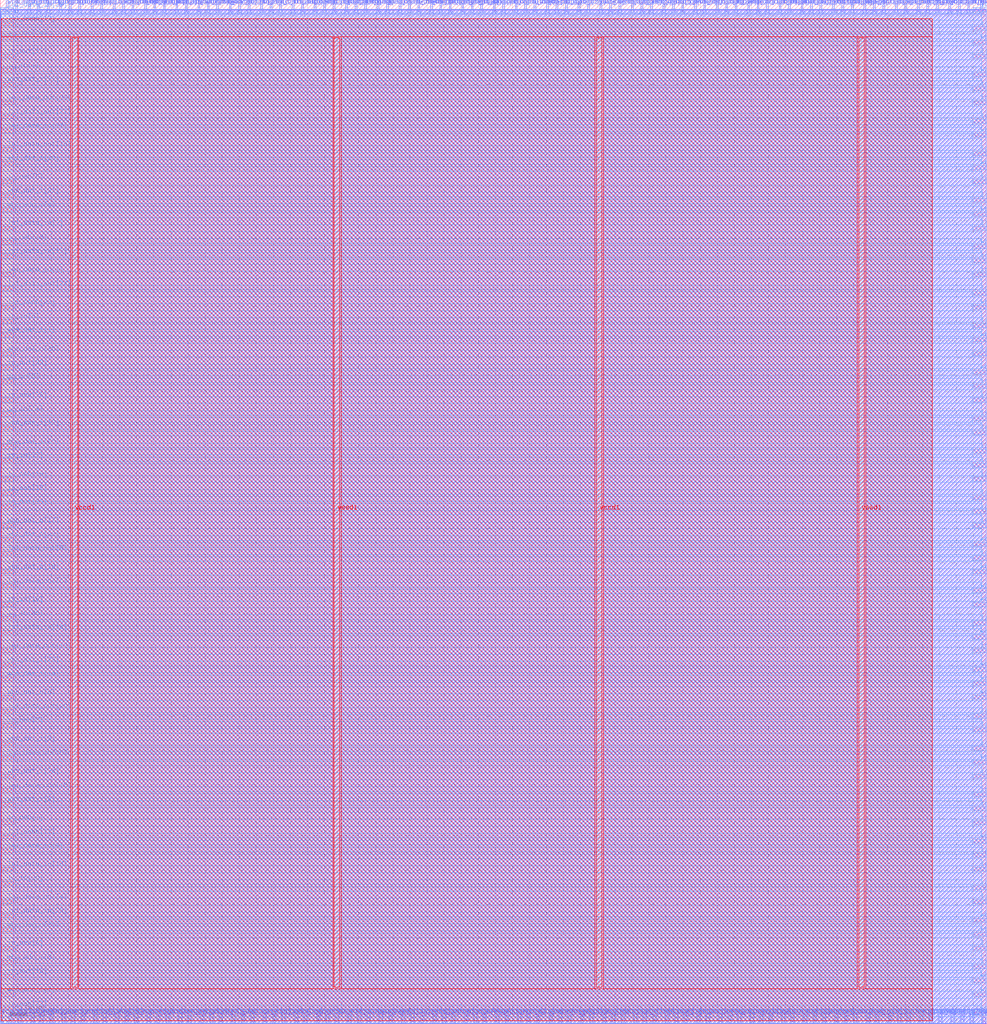
<source format=lef>
VERSION 5.7 ;
  NOWIREEXTENSIONATPIN ON ;
  DIVIDERCHAR "/" ;
  BUSBITCHARS "[]" ;
MACRO both
  CLASS BLOCK ;
  FOREIGN both ;
  ORIGIN 0.000 0.000 ;
  SIZE 289.020 BY 299.740 ;
  PIN active
    DIRECTION INPUT ;
    USE SIGNAL ;
    PORT
      LAYER met2 ;
        RECT 95.630 0.000 96.190 4.000 ;
    END
  END active
  PIN io_in[0]
    DIRECTION INPUT ;
    USE SIGNAL ;
    PORT
      LAYER met3 ;
        RECT 0.000 205.100 4.000 206.300 ;
    END
  END io_in[0]
  PIN io_in[10]
    DIRECTION INPUT ;
    USE SIGNAL ;
    PORT
      LAYER met2 ;
        RECT 8.230 295.740 8.790 299.740 ;
    END
  END io_in[10]
  PIN io_in[11]
    DIRECTION INPUT ;
    USE SIGNAL ;
    PORT
      LAYER met3 ;
        RECT 285.020 273.100 289.020 274.300 ;
    END
  END io_in[11]
  PIN io_in[12]
    DIRECTION INPUT ;
    USE SIGNAL ;
    PORT
      LAYER met2 ;
        RECT 10.990 295.740 11.550 299.740 ;
    END
  END io_in[12]
  PIN io_in[13]
    DIRECTION INPUT ;
    USE SIGNAL ;
    PORT
      LAYER met2 ;
        RECT 103.910 295.740 104.470 299.740 ;
    END
  END io_in[13]
  PIN io_in[14]
    DIRECTION INPUT ;
    USE SIGNAL ;
    PORT
      LAYER met2 ;
        RECT 151.750 0.000 152.310 4.000 ;
    END
  END io_in[14]
  PIN io_in[15]
    DIRECTION INPUT ;
    USE SIGNAL ;
    PORT
      LAYER met2 ;
        RECT 116.790 295.740 117.350 299.740 ;
    END
  END io_in[15]
  PIN io_in[16]
    DIRECTION INPUT ;
    USE SIGNAL ;
    PORT
      LAYER met2 ;
        RECT 268.590 295.740 269.150 299.740 ;
    END
  END io_in[16]
  PIN io_in[17]
    DIRECTION INPUT ;
    USE SIGNAL ;
    PORT
      LAYER met2 ;
        RECT 89.190 0.000 89.750 4.000 ;
    END
  END io_in[17]
  PIN io_in[18]
    DIRECTION INPUT ;
    USE SIGNAL ;
    PORT
      LAYER met3 ;
        RECT 0.000 122.140 4.000 123.340 ;
    END
  END io_in[18]
  PIN io_in[19]
    DIRECTION INPUT ;
    USE SIGNAL ;
    PORT
      LAYER met3 ;
        RECT 285.020 269.020 289.020 270.220 ;
    END
  END io_in[19]
  PIN io_in[1]
    DIRECTION INPUT ;
    USE SIGNAL ;
    PORT
      LAYER met3 ;
        RECT 0.000 278.540 4.000 279.740 ;
    END
  END io_in[1]
  PIN io_in[20]
    DIRECTION INPUT ;
    USE SIGNAL ;
    PORT
      LAYER met2 ;
        RECT 64.350 0.000 64.910 4.000 ;
    END
  END io_in[20]
  PIN io_in[21]
    DIRECTION INPUT ;
    USE SIGNAL ;
    PORT
      LAYER met2 ;
        RECT 150.830 295.740 151.390 299.740 ;
    END
  END io_in[21]
  PIN io_in[22]
    DIRECTION INPUT ;
    USE SIGNAL ;
    PORT
      LAYER met2 ;
        RECT 138.870 0.000 139.430 4.000 ;
    END
  END io_in[22]
  PIN io_in[23]
    DIRECTION INPUT ;
    USE SIGNAL ;
    PORT
      LAYER met2 ;
        RECT 17.430 295.740 17.990 299.740 ;
    END
  END io_in[23]
  PIN io_in[24]
    DIRECTION INPUT ;
    USE SIGNAL ;
    PORT
      LAYER met3 ;
        RECT 285.020 39.180 289.020 40.380 ;
    END
  END io_in[24]
  PIN io_in[25]
    DIRECTION INPUT ;
    USE SIGNAL ;
    PORT
      LAYER met3 ;
        RECT 285.020 213.260 289.020 214.460 ;
    END
  END io_in[25]
  PIN io_in[26]
    DIRECTION INPUT ;
    USE SIGNAL ;
    PORT
      LAYER met2 ;
        RECT 278.710 0.000 279.270 4.000 ;
    END
  END io_in[26]
  PIN io_in[27]
    DIRECTION INPUT ;
    USE SIGNAL ;
    PORT
      LAYER met3 ;
        RECT 0.000 164.300 4.000 165.500 ;
    END
  END io_in[27]
  PIN io_in[28]
    DIRECTION INPUT ;
    USE SIGNAL ;
    PORT
      LAYER met2 ;
        RECT 81.830 295.740 82.390 299.740 ;
    END
  END io_in[28]
  PIN io_in[29]
    DIRECTION INPUT ;
    USE SIGNAL ;
    PORT
      LAYER met2 ;
        RECT 33.990 0.000 34.550 4.000 ;
    END
  END io_in[29]
  PIN io_in[2]
    DIRECTION INPUT ;
    USE SIGNAL ;
    PORT
      LAYER met3 ;
        RECT 0.000 187.420 4.000 188.620 ;
    END
  END io_in[2]
  PIN io_in[30]
    DIRECTION INPUT ;
    USE SIGNAL ;
    PORT
      LAYER met3 ;
        RECT 0.000 40.540 4.000 41.740 ;
    END
  END io_in[30]
  PIN io_in[31]
    DIRECTION INPUT ;
    USE SIGNAL ;
    PORT
      LAYER met2 ;
        RECT 169.230 295.740 169.790 299.740 ;
    END
  END io_in[31]
  PIN io_in[32]
    DIRECTION INPUT ;
    USE SIGNAL ;
    PORT
      LAYER met2 ;
        RECT 185.790 0.000 186.350 4.000 ;
    END
  END io_in[32]
  PIN io_in[33]
    DIRECTION INPUT ;
    USE SIGNAL ;
    PORT
      LAYER met3 ;
        RECT 285.020 254.060 289.020 255.260 ;
    END
  END io_in[33]
  PIN io_in[34]
    DIRECTION INPUT ;
    USE SIGNAL ;
    PORT
      LAYER met3 ;
        RECT 0.000 177.900 4.000 179.100 ;
    END
  END io_in[34]
  PIN io_in[35]
    DIRECTION INPUT ;
    USE SIGNAL ;
    PORT
      LAYER met2 ;
        RECT 11.910 0.000 12.470 4.000 ;
    END
  END io_in[35]
  PIN io_in[36]
    DIRECTION INPUT ;
    USE SIGNAL ;
    PORT
      LAYER met3 ;
        RECT 0.000 118.060 4.000 119.260 ;
    END
  END io_in[36]
  PIN io_in[37]
    DIRECTION INPUT ;
    USE SIGNAL ;
    PORT
      LAYER met3 ;
        RECT 285.020 79.980 289.020 81.180 ;
    END
  END io_in[37]
  PIN io_in[3]
    DIRECTION INPUT ;
    USE SIGNAL ;
    PORT
      LAYER met2 ;
        RECT 76.310 295.740 76.870 299.740 ;
    END
  END io_in[3]
  PIN io_in[4]
    DIRECTION INPUT ;
    USE SIGNAL ;
    PORT
      LAYER met2 ;
        RECT 22.950 295.740 23.510 299.740 ;
    END
  END io_in[4]
  PIN io_in[5]
    DIRECTION INPUT ;
    USE SIGNAL ;
    PORT
      LAYER met2 ;
        RECT 111.270 0.000 111.830 4.000 ;
    END
  END io_in[5]
  PIN io_in[6]
    DIRECTION INPUT ;
    USE SIGNAL ;
    PORT
      LAYER met2 ;
        RECT 215.230 295.740 215.790 299.740 ;
    END
  END io_in[6]
  PIN io_in[7]
    DIRECTION INPUT ;
    USE SIGNAL ;
    PORT
      LAYER met2 ;
        RECT 187.630 295.740 188.190 299.740 ;
    END
  END io_in[7]
  PIN io_in[8]
    DIRECTION INPUT ;
    USE SIGNAL ;
    PORT
      LAYER met2 ;
        RECT 72.630 295.740 73.190 299.740 ;
    END
  END io_in[8]
  PIN io_in[9]
    DIRECTION INPUT ;
    USE SIGNAL ;
    PORT
      LAYER met3 ;
        RECT 285.020 290.780 289.020 291.980 ;
    END
  END io_in[9]
  PIN io_oeb[0]
    DIRECTION OUTPUT TRISTATE ;
    USE SIGNAL ;
    PORT
      LAYER met2 ;
        RECT 249.270 295.740 249.830 299.740 ;
    END
  END io_oeb[0]
  PIN io_oeb[10]
    DIRECTION OUTPUT TRISTATE ;
    USE SIGNAL ;
    PORT
      LAYER met3 ;
        RECT 0.000 154.780 4.000 155.980 ;
    END
  END io_oeb[10]
  PIN io_oeb[11]
    DIRECTION OUTPUT TRISTATE ;
    USE SIGNAL ;
    PORT
      LAYER met2 ;
        RECT 228.110 295.740 228.670 299.740 ;
    END
  END io_oeb[11]
  PIN io_oeb[12]
    DIRECTION OUTPUT TRISTATE ;
    USE SIGNAL ;
    PORT
      LAYER met3 ;
        RECT 285.020 222.780 289.020 223.980 ;
    END
  END io_oeb[12]
  PIN io_oeb[13]
    DIRECTION OUTPUT TRISTATE ;
    USE SIGNAL ;
    PORT
      LAYER met3 ;
        RECT 0.000 228.220 4.000 229.420 ;
    END
  END io_oeb[13]
  PIN io_oeb[14]
    DIRECTION OUTPUT TRISTATE ;
    USE SIGNAL ;
    PORT
      LAYER met3 ;
        RECT 285.020 135.740 289.020 136.940 ;
    END
  END io_oeb[14]
  PIN io_oeb[15]
    DIRECTION OUTPUT TRISTATE ;
    USE SIGNAL ;
    PORT
      LAYER met2 ;
        RECT 30.310 0.000 30.870 4.000 ;
    END
  END io_oeb[15]
  PIN io_oeb[16]
    DIRECTION OUTPUT TRISTATE ;
    USE SIGNAL ;
    PORT
      LAYER met2 ;
        RECT 260.310 0.000 260.870 4.000 ;
    END
  END io_oeb[16]
  PIN io_oeb[17]
    DIRECTION OUTPUT TRISTATE ;
    USE SIGNAL ;
    PORT
      LAYER met2 ;
        RECT 60.670 295.740 61.230 299.740 ;
    END
  END io_oeb[17]
  PIN io_oeb[18]
    DIRECTION OUTPUT TRISTATE ;
    USE SIGNAL ;
    PORT
      LAYER met3 ;
        RECT 0.000 158.860 4.000 160.060 ;
    END
  END io_oeb[18]
  PIN io_oeb[19]
    DIRECTION OUTPUT TRISTATE ;
    USE SIGNAL ;
    PORT
      LAYER met3 ;
        RECT 285.020 71.820 289.020 73.020 ;
    END
  END io_oeb[19]
  PIN io_oeb[1]
    DIRECTION OUTPUT TRISTATE ;
    USE SIGNAL ;
    PORT
      LAYER met3 ;
        RECT 0.000 58.220 4.000 59.420 ;
    END
  END io_oeb[1]
  PIN io_oeb[20]
    DIRECTION OUTPUT TRISTATE ;
    USE SIGNAL ;
    PORT
      LAYER met2 ;
        RECT 137.950 295.740 138.510 299.740 ;
    END
  END io_oeb[20]
  PIN io_oeb[21]
    DIRECTION OUTPUT TRISTATE ;
    USE SIGNAL ;
    PORT
      LAYER met2 ;
        RECT 106.670 295.740 107.230 299.740 ;
    END
  END io_oeb[21]
  PIN io_oeb[22]
    DIRECTION OUTPUT TRISTATE ;
    USE SIGNAL ;
    PORT
      LAYER met2 ;
        RECT 114.030 0.000 114.590 4.000 ;
    END
  END io_oeb[22]
  PIN io_oeb[23]
    DIRECTION OUTPUT TRISTATE ;
    USE SIGNAL ;
    PORT
      LAYER met3 ;
        RECT 0.000 3.820 4.000 5.020 ;
    END
  END io_oeb[23]
  PIN io_oeb[24]
    DIRECTION OUTPUT TRISTATE ;
    USE SIGNAL ;
    PORT
      LAYER met2 ;
        RECT 82.750 0.000 83.310 4.000 ;
    END
  END io_oeb[24]
  PIN io_oeb[25]
    DIRECTION OUTPUT TRISTATE ;
    USE SIGNAL ;
    PORT
      LAYER met2 ;
        RECT 247.430 0.000 247.990 4.000 ;
    END
  END io_oeb[25]
  PIN io_oeb[26]
    DIRECTION OUTPUT TRISTATE ;
    USE SIGNAL ;
    PORT
      LAYER met3 ;
        RECT 0.000 181.980 4.000 183.180 ;
    END
  END io_oeb[26]
  PIN io_oeb[27]
    DIRECTION OUTPUT TRISTATE ;
    USE SIGNAL ;
    PORT
      LAYER met3 ;
        RECT 285.020 162.940 289.020 164.140 ;
    END
  END io_oeb[27]
  PIN io_oeb[28]
    DIRECTION OUTPUT TRISTATE ;
    USE SIGNAL ;
    PORT
      LAYER met2 ;
        RECT 284.230 0.000 284.790 4.000 ;
    END
  END io_oeb[28]
  PIN io_oeb[29]
    DIRECTION OUTPUT TRISTATE ;
    USE SIGNAL ;
    PORT
      LAYER met2 ;
        RECT 219.830 0.000 220.390 4.000 ;
    END
  END io_oeb[29]
  PIN io_oeb[2]
    DIRECTION OUTPUT TRISTATE ;
    USE SIGNAL ;
    PORT
      LAYER met3 ;
        RECT 0.000 86.780 4.000 87.980 ;
    END
  END io_oeb[2]
  PIN io_oeb[30]
    DIRECTION OUTPUT TRISTATE ;
    USE SIGNAL ;
    PORT
      LAYER met3 ;
        RECT 285.020 181.980 289.020 183.180 ;
    END
  END io_oeb[30]
  PIN io_oeb[31]
    DIRECTION OUTPUT TRISTATE ;
    USE SIGNAL ;
    PORT
      LAYER met2 ;
        RECT 68.030 0.000 68.590 4.000 ;
    END
  END io_oeb[31]
  PIN io_oeb[32]
    DIRECTION OUTPUT TRISTATE ;
    USE SIGNAL ;
    PORT
      LAYER met2 ;
        RECT 110.350 295.740 110.910 299.740 ;
    END
  END io_oeb[32]
  PIN io_oeb[33]
    DIRECTION OUTPUT TRISTATE ;
    USE SIGNAL ;
    PORT
      LAYER met2 ;
        RECT 246.510 295.740 247.070 299.740 ;
    END
  END io_oeb[33]
  PIN io_oeb[34]
    DIRECTION OUTPUT TRISTATE ;
    USE SIGNAL ;
    PORT
      LAYER met3 ;
        RECT 285.020 186.060 289.020 187.260 ;
    END
  END io_oeb[34]
  PIN io_oeb[35]
    DIRECTION OUTPUT TRISTATE ;
    USE SIGNAL ;
    PORT
      LAYER met2 ;
        RECT 136.110 0.000 136.670 4.000 ;
    END
  END io_oeb[35]
  PIN io_oeb[36]
    DIRECTION OUTPUT TRISTATE ;
    USE SIGNAL ;
    PORT
      LAYER met2 ;
        RECT 287.910 0.000 288.470 4.000 ;
    END
  END io_oeb[36]
  PIN io_oeb[37]
    DIRECTION OUTPUT TRISTATE ;
    USE SIGNAL ;
    PORT
      LAYER met2 ;
        RECT 58.830 0.000 59.390 4.000 ;
    END
  END io_oeb[37]
  PIN io_oeb[3]
    DIRECTION OUTPUT TRISTATE ;
    USE SIGNAL ;
    PORT
      LAYER met3 ;
        RECT 285.020 66.380 289.020 67.580 ;
    END
  END io_oeb[3]
  PIN io_oeb[4]
    DIRECTION OUTPUT TRISTATE ;
    USE SIGNAL ;
    PORT
      LAYER met2 ;
        RECT 135.190 295.740 135.750 299.740 ;
    END
  END io_oeb[4]
  PIN io_oeb[5]
    DIRECTION OUTPUT TRISTATE ;
    USE SIGNAL ;
    PORT
      LAYER met3 ;
        RECT 0.000 245.900 4.000 247.100 ;
    END
  END io_oeb[5]
  PIN io_oeb[6]
    DIRECTION OUTPUT TRISTATE ;
    USE SIGNAL ;
    PORT
      LAYER met3 ;
        RECT 0.000 21.500 4.000 22.700 ;
    END
  END io_oeb[6]
  PIN io_oeb[7]
    DIRECTION OUTPUT TRISTATE ;
    USE SIGNAL ;
    PORT
      LAYER met2 ;
        RECT 144.390 295.740 144.950 299.740 ;
    END
  END io_oeb[7]
  PIN io_oeb[8]
    DIRECTION OUTPUT TRISTATE ;
    USE SIGNAL ;
    PORT
      LAYER met2 ;
        RECT 269.510 0.000 270.070 4.000 ;
    END
  END io_oeb[8]
  PIN io_oeb[9]
    DIRECTION OUTPUT TRISTATE ;
    USE SIGNAL ;
    PORT
      LAYER met3 ;
        RECT 285.020 149.340 289.020 150.540 ;
    END
  END io_oeb[9]
  PIN io_out[0]
    DIRECTION OUTPUT TRISTATE ;
    USE SIGNAL ;
    PORT
      LAYER met2 ;
        RECT 77.230 0.000 77.790 4.000 ;
    END
  END io_out[0]
  PIN io_out[10]
    DIRECTION OUTPUT TRISTATE ;
    USE SIGNAL ;
    PORT
      LAYER met3 ;
        RECT 0.000 13.340 4.000 14.540 ;
    END
  END io_out[10]
  PIN io_out[11]
    DIRECTION OUTPUT TRISTATE ;
    USE SIGNAL ;
    PORT
      LAYER met2 ;
        RECT 85.510 295.740 86.070 299.740 ;
    END
  END io_out[11]
  PIN io_out[12]
    DIRECTION OUTPUT TRISTATE ;
    USE SIGNAL ;
    PORT
      LAYER met2 ;
        RECT 222.590 0.000 223.150 4.000 ;
    END
  END io_out[12]
  PIN io_out[13]
    DIRECTION OUTPUT TRISTATE ;
    USE SIGNAL ;
    PORT
      LAYER met3 ;
        RECT 0.000 282.620 4.000 283.820 ;
    END
  END io_out[13]
  PIN io_out[14]
    DIRECTION OUTPUT TRISTATE ;
    USE SIGNAL ;
    PORT
      LAYER met3 ;
        RECT 285.020 158.860 289.020 160.060 ;
    END
  END io_out[14]
  PIN io_out[15]
    DIRECTION OUTPUT TRISTATE ;
    USE SIGNAL ;
    PORT
      LAYER met3 ;
        RECT 285.020 296.220 289.020 297.420 ;
    END
  END io_out[15]
  PIN io_out[16]
    DIRECTION OUTPUT TRISTATE ;
    USE SIGNAL ;
    PORT
      LAYER met2 ;
        RECT 140.710 295.740 141.270 299.740 ;
    END
  END io_out[16]
  PIN io_out[17]
    DIRECTION OUTPUT TRISTATE ;
    USE SIGNAL ;
    PORT
      LAYER met3 ;
        RECT 285.020 218.700 289.020 219.900 ;
    END
  END io_out[17]
  PIN io_out[18]
    DIRECTION OUTPUT TRISTATE ;
    USE SIGNAL ;
    PORT
      LAYER met2 ;
        RECT 230.870 295.740 231.430 299.740 ;
    END
  END io_out[18]
  PIN io_out[19]
    DIRECTION OUTPUT TRISTATE ;
    USE SIGNAL ;
    PORT
      LAYER met2 ;
        RECT 280.550 295.740 281.110 299.740 ;
    END
  END io_out[19]
  PIN io_out[1]
    DIRECTION OUTPUT TRISTATE ;
    USE SIGNAL ;
    PORT
      LAYER met2 ;
        RECT 91.950 295.740 92.510 299.740 ;
    END
  END io_out[1]
  PIN io_out[20]
    DIRECTION OUTPUT TRISTATE ;
    USE SIGNAL ;
    PORT
      LAYER met3 ;
        RECT 285.020 58.220 289.020 59.420 ;
    END
  END io_out[20]
  PIN io_out[21]
    DIRECTION OUTPUT TRISTATE ;
    USE SIGNAL ;
    PORT
      LAYER met2 ;
        RECT 199.590 295.740 200.150 299.740 ;
    END
  END io_out[21]
  PIN io_out[22]
    DIRECTION OUTPUT TRISTATE ;
    USE SIGNAL ;
    PORT
      LAYER met2 ;
        RECT 283.310 295.740 283.870 299.740 ;
    END
  END io_out[22]
  PIN io_out[23]
    DIRECTION OUTPUT TRISTATE ;
    USE SIGNAL ;
    PORT
      LAYER met3 ;
        RECT 0.000 150.700 4.000 151.900 ;
    END
  END io_out[23]
  PIN io_out[24]
    DIRECTION OUTPUT TRISTATE ;
    USE SIGNAL ;
    PORT
      LAYER met2 ;
        RECT 253.870 0.000 254.430 4.000 ;
    END
  END io_out[24]
  PIN io_out[25]
    DIRECTION OUTPUT TRISTATE ;
    USE SIGNAL ;
    PORT
      LAYER met3 ;
        RECT 285.020 62.300 289.020 63.500 ;
    END
  END io_out[25]
  PIN io_out[26]
    DIRECTION OUTPUT TRISTATE ;
    USE SIGNAL ;
    PORT
      LAYER met2 ;
        RECT 204.190 0.000 204.750 4.000 ;
    END
  END io_out[26]
  PIN io_out[27]
    DIRECTION OUTPUT TRISTATE ;
    USE SIGNAL ;
    PORT
      LAYER met2 ;
        RECT 47.790 295.740 48.350 299.740 ;
    END
  END io_out[27]
  PIN io_out[28]
    DIRECTION OUTPUT TRISTATE ;
    USE SIGNAL ;
    PORT
      LAYER met2 ;
        RECT 179.350 0.000 179.910 4.000 ;
    END
  END io_out[28]
  PIN io_out[29]
    DIRECTION OUTPUT TRISTATE ;
    USE SIGNAL ;
    PORT
      LAYER met2 ;
        RECT 21.110 0.000 21.670 4.000 ;
    END
  END io_out[29]
  PIN io_out[2]
    DIRECTION OUTPUT TRISTATE ;
    USE SIGNAL ;
    PORT
      LAYER met2 ;
        RECT 20.190 295.740 20.750 299.740 ;
    END
  END io_out[2]
  PIN io_out[30]
    DIRECTION OUTPUT TRISTATE ;
    USE SIGNAL ;
    PORT
      LAYER met3 ;
        RECT 285.020 108.540 289.020 109.740 ;
    END
  END io_out[30]
  PIN io_out[31]
    DIRECTION OUTPUT TRISTATE ;
    USE SIGNAL ;
    PORT
      LAYER met2 ;
        RECT 61.590 0.000 62.150 4.000 ;
    END
  END io_out[31]
  PIN io_out[32]
    DIRECTION OUTPUT TRISTATE ;
    USE SIGNAL ;
    PORT
      LAYER met2 ;
        RECT 238.230 0.000 238.790 4.000 ;
    END
  END io_out[32]
  PIN io_out[33]
    DIRECTION OUTPUT TRISTATE ;
    USE SIGNAL ;
    PORT
      LAYER met3 ;
        RECT 0.000 191.500 4.000 192.700 ;
    END
  END io_out[33]
  PIN io_out[34]
    DIRECTION OUTPUT TRISTATE ;
    USE SIGNAL ;
    PORT
      LAYER met3 ;
        RECT 0.000 288.060 4.000 289.260 ;
    END
  END io_out[34]
  PIN io_out[35]
    DIRECTION OUTPUT TRISTATE ;
    USE SIGNAL ;
    PORT
      LAYER met2 ;
        RECT 165.550 295.740 166.110 299.740 ;
    END
  END io_out[35]
  PIN io_out[36]
    DIRECTION OUTPUT TRISTATE ;
    USE SIGNAL ;
    PORT
      LAYER met2 ;
        RECT 209.710 295.740 210.270 299.740 ;
    END
  END io_out[36]
  PIN io_out[37]
    DIRECTION OUTPUT TRISTATE ;
    USE SIGNAL ;
    PORT
      LAYER met2 ;
        RECT 45.950 0.000 46.510 4.000 ;
    END
  END io_out[37]
  PIN io_out[3]
    DIRECTION OUTPUT TRISTATE ;
    USE SIGNAL ;
    PORT
      LAYER met3 ;
        RECT 285.020 245.900 289.020 247.100 ;
    END
  END io_out[3]
  PIN io_out[4]
    DIRECTION OUTPUT TRISTATE ;
    USE SIGNAL ;
    PORT
      LAYER met2 ;
        RECT 171.990 295.740 172.550 299.740 ;
    END
  END io_out[4]
  PIN io_out[5]
    DIRECTION OUTPUT TRISTATE ;
    USE SIGNAL ;
    PORT
      LAYER met2 ;
        RECT 172.910 0.000 173.470 4.000 ;
    END
  END io_out[5]
  PIN io_out[6]
    DIRECTION OUTPUT TRISTATE ;
    USE SIGNAL ;
    PORT
      LAYER met2 ;
        RECT 194.990 0.000 195.550 4.000 ;
    END
  END io_out[6]
  PIN io_out[7]
    DIRECTION OUTPUT TRISTATE ;
    USE SIGNAL ;
    PORT
      LAYER met2 ;
        RECT 107.590 0.000 108.150 4.000 ;
    END
  END io_out[7]
  PIN io_out[8]
    DIRECTION OUTPUT TRISTATE ;
    USE SIGNAL ;
    PORT
      LAYER met2 ;
        RECT 194.070 295.740 194.630 299.740 ;
    END
  END io_out[8]
  PIN io_out[9]
    DIRECTION OUTPUT TRISTATE ;
    USE SIGNAL ;
    PORT
      LAYER met3 ;
        RECT 285.020 167.020 289.020 168.220 ;
    END
  END io_out[9]
  PIN la1_data_in[0]
    DIRECTION INPUT ;
    USE SIGNAL ;
    PORT
      LAYER met3 ;
        RECT 285.020 44.620 289.020 45.820 ;
    END
  END la1_data_in[0]
  PIN la1_data_in[10]
    DIRECTION INPUT ;
    USE SIGNAL ;
    PORT
      LAYER met2 ;
        RECT 97.470 295.740 98.030 299.740 ;
    END
  END la1_data_in[10]
  PIN la1_data_in[11]
    DIRECTION INPUT ;
    USE SIGNAL ;
    PORT
      LAYER met2 ;
        RECT 29.390 295.740 29.950 299.740 ;
    END
  END la1_data_in[11]
  PIN la1_data_in[12]
    DIRECTION INPUT ;
    USE SIGNAL ;
    PORT
      LAYER met2 ;
        RECT 45.030 295.740 45.590 299.740 ;
    END
  END la1_data_in[12]
  PIN la1_data_in[13]
    DIRECTION INPUT ;
    USE SIGNAL ;
    PORT
      LAYER met3 ;
        RECT 0.000 224.140 4.000 225.340 ;
    END
  END la1_data_in[13]
  PIN la1_data_in[14]
    DIRECTION INPUT ;
    USE SIGNAL ;
    PORT
      LAYER met3 ;
        RECT 0.000 113.980 4.000 115.180 ;
    END
  END la1_data_in[14]
  PIN la1_data_in[15]
    DIRECTION INPUT ;
    USE SIGNAL ;
    PORT
      LAYER met3 ;
        RECT 0.000 77.260 4.000 78.460 ;
    END
  END la1_data_in[15]
  PIN la1_data_in[16]
    DIRECTION INPUT ;
    USE SIGNAL ;
    PORT
      LAYER met3 ;
        RECT 0.000 44.620 4.000 45.820 ;
    END
  END la1_data_in[16]
  PIN la1_data_in[17]
    DIRECTION INPUT ;
    USE SIGNAL ;
    PORT
      LAYER met2 ;
        RECT 272.270 0.000 272.830 4.000 ;
    END
  END la1_data_in[17]
  PIN la1_data_in[18]
    DIRECTION INPUT ;
    USE SIGNAL ;
    PORT
      LAYER met3 ;
        RECT 285.020 203.740 289.020 204.940 ;
    END
  END la1_data_in[18]
  PIN la1_data_in[19]
    DIRECTION INPUT ;
    USE SIGNAL ;
    PORT
      LAYER met2 ;
        RECT 14.670 0.000 15.230 4.000 ;
    END
  END la1_data_in[19]
  PIN la1_data_in[1]
    DIRECTION INPUT ;
    USE SIGNAL ;
    PORT
      LAYER met3 ;
        RECT 0.000 218.700 4.000 219.900 ;
    END
  END la1_data_in[1]
  PIN la1_data_in[20]
    DIRECTION INPUT ;
    USE SIGNAL ;
    PORT
      LAYER met2 ;
        RECT 98.390 0.000 98.950 4.000 ;
    END
  END la1_data_in[20]
  PIN la1_data_in[21]
    DIRECTION INPUT ;
    USE SIGNAL ;
    PORT
      LAYER met2 ;
        RECT 274.110 295.740 274.670 299.740 ;
    END
  END la1_data_in[21]
  PIN la1_data_in[22]
    DIRECTION INPUT ;
    USE SIGNAL ;
    PORT
      LAYER met2 ;
        RECT 113.110 295.740 113.670 299.740 ;
    END
  END la1_data_in[22]
  PIN la1_data_in[23]
    DIRECTION INPUT ;
    USE SIGNAL ;
    PORT
      LAYER met2 ;
        RECT 225.350 0.000 225.910 4.000 ;
    END
  END la1_data_in[23]
  PIN la1_data_in[24]
    DIRECTION INPUT ;
    USE SIGNAL ;
    PORT
      LAYER met2 ;
        RECT 88.270 295.740 88.830 299.740 ;
    END
  END la1_data_in[24]
  PIN la1_data_in[25]
    DIRECTION INPUT ;
    USE SIGNAL ;
    PORT
      LAYER met3 ;
        RECT 0.000 31.020 4.000 32.220 ;
    END
  END la1_data_in[25]
  PIN la1_data_in[26]
    DIRECTION INPUT ;
    USE SIGNAL ;
    PORT
      LAYER met3 ;
        RECT 285.020 89.500 289.020 90.700 ;
    END
  END la1_data_in[26]
  PIN la1_data_in[27]
    DIRECTION INPUT ;
    USE SIGNAL ;
    PORT
      LAYER met3 ;
        RECT 0.000 260.860 4.000 262.060 ;
    END
  END la1_data_in[27]
  PIN la1_data_in[28]
    DIRECTION INPUT ;
    USE SIGNAL ;
    PORT
      LAYER met3 ;
        RECT 285.020 282.620 289.020 283.820 ;
    END
  END la1_data_in[28]
  PIN la1_data_in[29]
    DIRECTION INPUT ;
    USE SIGNAL ;
    PORT
      LAYER met3 ;
        RECT 0.000 296.220 4.000 297.420 ;
    END
  END la1_data_in[29]
  PIN la1_data_in[2]
    DIRECTION INPUT ;
    USE SIGNAL ;
    PORT
      LAYER met3 ;
        RECT 0.000 232.300 4.000 233.500 ;
    END
  END la1_data_in[2]
  PIN la1_data_in[30]
    DIRECTION INPUT ;
    USE SIGNAL ;
    PORT
      LAYER met2 ;
        RECT 200.510 0.000 201.070 4.000 ;
    END
  END la1_data_in[30]
  PIN la1_data_in[31]
    DIRECTION INPUT ;
    USE SIGNAL ;
    PORT
      LAYER met2 ;
        RECT 240.990 0.000 241.550 4.000 ;
    END
  END la1_data_in[31]
  PIN la1_data_in[3]
    DIRECTION INPUT ;
    USE SIGNAL ;
    PORT
      LAYER met3 ;
        RECT 285.020 145.260 289.020 146.460 ;
    END
  END la1_data_in[3]
  PIN la1_data_in[4]
    DIRECTION INPUT ;
    USE SIGNAL ;
    PORT
      LAYER met2 ;
        RECT 153.590 295.740 154.150 299.740 ;
    END
  END la1_data_in[4]
  PIN la1_data_in[5]
    DIRECTION INPUT ;
    USE SIGNAL ;
    PORT
      LAYER met2 ;
        RECT 281.470 0.000 282.030 4.000 ;
    END
  END la1_data_in[5]
  PIN la1_data_in[6]
    DIRECTION INPUT ;
    USE SIGNAL ;
    PORT
      LAYER met2 ;
        RECT 263.070 0.000 263.630 4.000 ;
    END
  END la1_data_in[6]
  PIN la1_data_in[7]
    DIRECTION INPUT ;
    USE SIGNAL ;
    PORT
      LAYER met2 ;
        RECT 156.350 295.740 156.910 299.740 ;
    END
  END la1_data_in[7]
  PIN la1_data_in[8]
    DIRECTION INPUT ;
    USE SIGNAL ;
    PORT
      LAYER met3 ;
        RECT 285.020 16.060 289.020 17.260 ;
    END
  END la1_data_in[8]
  PIN la1_data_in[9]
    DIRECTION INPUT ;
    USE SIGNAL ;
    PORT
      LAYER met3 ;
        RECT 0.000 50.060 4.000 51.260 ;
    END
  END la1_data_in[9]
  PIN la1_data_out[0]
    DIRECTION OUTPUT TRISTATE ;
    USE SIGNAL ;
    PORT
      LAYER met3 ;
        RECT 285.020 21.500 289.020 22.700 ;
    END
  END la1_data_out[0]
  PIN la1_data_out[10]
    DIRECTION OUTPUT TRISTATE ;
    USE SIGNAL ;
    PORT
      LAYER met3 ;
        RECT 0.000 255.420 4.000 256.620 ;
    END
  END la1_data_out[10]
  PIN la1_data_out[11]
    DIRECTION OUTPUT TRISTATE ;
    USE SIGNAL ;
    PORT
      LAYER met2 ;
        RECT 33.070 295.740 33.630 299.740 ;
    END
  END la1_data_out[11]
  PIN la1_data_out[12]
    DIRECTION OUTPUT TRISTATE ;
    USE SIGNAL ;
    PORT
      LAYER met3 ;
        RECT 0.000 108.540 4.000 109.740 ;
    END
  END la1_data_out[12]
  PIN la1_data_out[13]
    DIRECTION OUTPUT TRISTATE ;
    USE SIGNAL ;
    PORT
      LAYER met2 ;
        RECT 43.190 0.000 43.750 4.000 ;
    END
  END la1_data_out[13]
  PIN la1_data_out[14]
    DIRECTION OUTPUT TRISTATE ;
    USE SIGNAL ;
    PORT
      LAYER met2 ;
        RECT 154.510 0.000 155.070 4.000 ;
    END
  END la1_data_out[14]
  PIN la1_data_out[15]
    DIRECTION OUTPUT TRISTATE ;
    USE SIGNAL ;
    PORT
      LAYER met2 ;
        RECT 237.310 295.740 237.870 299.740 ;
    END
  END la1_data_out[15]
  PIN la1_data_out[16]
    DIRECTION OUTPUT TRISTATE ;
    USE SIGNAL ;
    PORT
      LAYER met2 ;
        RECT 119.550 295.740 120.110 299.740 ;
    END
  END la1_data_out[16]
  PIN la1_data_out[17]
    DIRECTION OUTPUT TRISTATE ;
    USE SIGNAL ;
    PORT
      LAYER met3 ;
        RECT 285.020 176.540 289.020 177.740 ;
    END
  END la1_data_out[17]
  PIN la1_data_out[18]
    DIRECTION OUTPUT TRISTATE ;
    USE SIGNAL ;
    PORT
      LAYER met3 ;
        RECT 0.000 67.740 4.000 68.940 ;
    END
  END la1_data_out[18]
  PIN la1_data_out[19]
    DIRECTION OUTPUT TRISTATE ;
    USE SIGNAL ;
    PORT
      LAYER met3 ;
        RECT 285.020 232.300 289.020 233.500 ;
    END
  END la1_data_out[19]
  PIN la1_data_out[1]
    DIRECTION OUTPUT TRISTATE ;
    USE SIGNAL ;
    PORT
      LAYER met2 ;
        RECT 147.150 295.740 147.710 299.740 ;
    END
  END la1_data_out[1]
  PIN la1_data_out[20]
    DIRECTION OUTPUT TRISTATE ;
    USE SIGNAL ;
    PORT
      LAYER met3 ;
        RECT 0.000 90.860 4.000 92.060 ;
    END
  END la1_data_out[20]
  PIN la1_data_out[21]
    DIRECTION OUTPUT TRISTATE ;
    USE SIGNAL ;
    PORT
      LAYER met2 ;
        RECT 38.590 295.740 39.150 299.740 ;
    END
  END la1_data_out[21]
  PIN la1_data_out[22]
    DIRECTION OUTPUT TRISTATE ;
    USE SIGNAL ;
    PORT
      LAYER met2 ;
        RECT 79.070 295.740 79.630 299.740 ;
    END
  END la1_data_out[22]
  PIN la1_data_out[23]
    DIRECTION OUTPUT TRISTATE ;
    USE SIGNAL ;
    PORT
      LAYER met3 ;
        RECT 0.000 269.020 4.000 270.220 ;
    END
  END la1_data_out[23]
  PIN la1_data_out[24]
    DIRECTION OUTPUT TRISTATE ;
    USE SIGNAL ;
    PORT
      LAYER met3 ;
        RECT 0.000 214.620 4.000 215.820 ;
    END
  END la1_data_out[24]
  PIN la1_data_out[25]
    DIRECTION OUTPUT TRISTATE ;
    USE SIGNAL ;
    PORT
      LAYER met3 ;
        RECT 285.020 153.420 289.020 154.620 ;
    END
  END la1_data_out[25]
  PIN la1_data_out[26]
    DIRECTION OUTPUT TRISTATE ;
    USE SIGNAL ;
    PORT
      LAYER met3 ;
        RECT 285.020 172.460 289.020 173.660 ;
    END
  END la1_data_out[26]
  PIN la1_data_out[27]
    DIRECTION OUTPUT TRISTATE ;
    USE SIGNAL ;
    PORT
      LAYER met3 ;
        RECT 0.000 264.940 4.000 266.140 ;
    END
  END la1_data_out[27]
  PIN la1_data_out[28]
    DIRECTION OUTPUT TRISTATE ;
    USE SIGNAL ;
    PORT
      LAYER met2 ;
        RECT 258.470 295.740 259.030 299.740 ;
    END
  END la1_data_out[28]
  PIN la1_data_out[29]
    DIRECTION OUTPUT TRISTATE ;
    USE SIGNAL ;
    PORT
      LAYER met3 ;
        RECT 285.020 116.700 289.020 117.900 ;
    END
  END la1_data_out[29]
  PIN la1_data_out[2]
    DIRECTION OUTPUT TRISTATE ;
    USE SIGNAL ;
    PORT
      LAYER met2 ;
        RECT 102.070 0.000 102.630 4.000 ;
    END
  END la1_data_out[2]
  PIN la1_data_out[30]
    DIRECTION OUTPUT TRISTATE ;
    USE SIGNAL ;
    PORT
      LAYER met2 ;
        RECT 13.750 295.740 14.310 299.740 ;
    END
  END la1_data_out[30]
  PIN la1_data_out[31]
    DIRECTION OUTPUT TRISTATE ;
    USE SIGNAL ;
    PORT
      LAYER met2 ;
        RECT 224.430 295.740 224.990 299.740 ;
    END
  END la1_data_out[31]
  PIN la1_data_out[3]
    DIRECTION OUTPUT TRISTATE ;
    USE SIGNAL ;
    PORT
      LAYER met3 ;
        RECT 0.000 127.580 4.000 128.780 ;
    END
  END la1_data_out[3]
  PIN la1_data_out[4]
    DIRECTION OUTPUT TRISTATE ;
    USE SIGNAL ;
    PORT
      LAYER met3 ;
        RECT 0.000 35.100 4.000 36.300 ;
    END
  END la1_data_out[4]
  PIN la1_data_out[5]
    DIRECTION OUTPUT TRISTATE ;
    USE SIGNAL ;
    PORT
      LAYER met2 ;
        RECT 104.830 0.000 105.390 4.000 ;
    END
  END la1_data_out[5]
  PIN la1_data_out[6]
    DIRECTION OUTPUT TRISTATE ;
    USE SIGNAL ;
    PORT
      LAYER met2 ;
        RECT 213.390 0.000 213.950 4.000 ;
    END
  END la1_data_out[6]
  PIN la1_data_out[7]
    DIRECTION OUTPUT TRISTATE ;
    USE SIGNAL ;
    PORT
      LAYER met3 ;
        RECT 285.020 195.580 289.020 196.780 ;
    END
  END la1_data_out[7]
  PIN la1_data_out[8]
    DIRECTION OUTPUT TRISTATE ;
    USE SIGNAL ;
    PORT
      LAYER met2 ;
        RECT 231.790 0.000 232.350 4.000 ;
    END
  END la1_data_out[8]
  PIN la1_data_out[9]
    DIRECTION OUTPUT TRISTATE ;
    USE SIGNAL ;
    PORT
      LAYER met3 ;
        RECT 0.000 137.100 4.000 138.300 ;
    END
  END la1_data_out[9]
  PIN la1_oenb[0]
    DIRECTION INPUT ;
    USE SIGNAL ;
    PORT
      LAYER met2 ;
        RECT 5.470 0.000 6.030 4.000 ;
    END
  END la1_oenb[0]
  PIN la1_oenb[10]
    DIRECTION INPUT ;
    USE SIGNAL ;
    PORT
      LAYER met2 ;
        RECT 39.510 0.000 40.070 4.000 ;
    END
  END la1_oenb[10]
  PIN la1_oenb[11]
    DIRECTION INPUT ;
    USE SIGNAL ;
    PORT
      LAYER met3 ;
        RECT 0.000 54.140 4.000 55.340 ;
    END
  END la1_oenb[11]
  PIN la1_oenb[12]
    DIRECTION INPUT ;
    USE SIGNAL ;
    PORT
      LAYER met2 ;
        RECT 175.670 295.740 176.230 299.740 ;
    END
  END la1_oenb[12]
  PIN la1_oenb[13]
    DIRECTION INPUT ;
    USE SIGNAL ;
    PORT
      LAYER met2 ;
        RECT 166.470 0.000 167.030 4.000 ;
    END
  END la1_oenb[13]
  PIN la1_oenb[14]
    DIRECTION INPUT ;
    USE SIGNAL ;
    PORT
      LAYER met2 ;
        RECT 79.990 0.000 80.550 4.000 ;
    END
  END la1_oenb[14]
  PIN la1_oenb[15]
    DIRECTION INPUT ;
    USE SIGNAL ;
    PORT
      LAYER met2 ;
        RECT 157.270 0.000 157.830 4.000 ;
    END
  END la1_oenb[15]
  PIN la1_oenb[16]
    DIRECTION INPUT ;
    USE SIGNAL ;
    PORT
      LAYER met3 ;
        RECT 285.020 35.100 289.020 36.300 ;
    END
  END la1_oenb[16]
  PIN la1_oenb[17]
    DIRECTION INPUT ;
    USE SIGNAL ;
    PORT
      LAYER met3 ;
        RECT 0.000 292.140 4.000 293.340 ;
    END
  END la1_oenb[17]
  PIN la1_oenb[18]
    DIRECTION INPUT ;
    USE SIGNAL ;
    PORT
      LAYER met2 ;
        RECT 163.710 0.000 164.270 4.000 ;
    END
  END la1_oenb[18]
  PIN la1_oenb[19]
    DIRECTION INPUT ;
    USE SIGNAL ;
    PORT
      LAYER met2 ;
        RECT 212.470 295.740 213.030 299.740 ;
    END
  END la1_oenb[19]
  PIN la1_oenb[1]
    DIRECTION INPUT ;
    USE SIGNAL ;
    PORT
      LAYER met2 ;
        RECT 210.630 0.000 211.190 4.000 ;
    END
  END la1_oenb[1]
  PIN la1_oenb[20]
    DIRECTION INPUT ;
    USE SIGNAL ;
    PORT
      LAYER met3 ;
        RECT 285.020 85.420 289.020 86.620 ;
    END
  END la1_oenb[20]
  PIN la1_oenb[21]
    DIRECTION INPUT ;
    USE SIGNAL ;
    PORT
      LAYER met2 ;
        RECT 286.990 295.740 287.550 299.740 ;
    END
  END la1_oenb[21]
  PIN la1_oenb[22]
    DIRECTION INPUT ;
    USE SIGNAL ;
    PORT
      LAYER met3 ;
        RECT 285.020 48.700 289.020 49.900 ;
    END
  END la1_oenb[22]
  PIN la1_oenb[23]
    DIRECTION INPUT ;
    USE SIGNAL ;
    PORT
      LAYER met3 ;
        RECT 0.000 209.180 4.000 210.380 ;
    END
  END la1_oenb[23]
  PIN la1_oenb[24]
    DIRECTION INPUT ;
    USE SIGNAL ;
    PORT
      LAYER met3 ;
        RECT 285.020 240.460 289.020 241.660 ;
    END
  END la1_oenb[24]
  PIN la1_oenb[25]
    DIRECTION INPUT ;
    USE SIGNAL ;
    PORT
      LAYER met2 ;
        RECT 235.470 0.000 236.030 4.000 ;
    END
  END la1_oenb[25]
  PIN la1_oenb[26]
    DIRECTION INPUT ;
    USE SIGNAL ;
    PORT
      LAYER met2 ;
        RECT 262.150 295.740 262.710 299.740 ;
    END
  END la1_oenb[26]
  PIN la1_oenb[27]
    DIRECTION INPUT ;
    USE SIGNAL ;
    PORT
      LAYER met2 ;
        RECT 197.750 0.000 198.310 4.000 ;
    END
  END la1_oenb[27]
  PIN la1_oenb[28]
    DIRECTION INPUT ;
    USE SIGNAL ;
    PORT
      LAYER met2 ;
        RECT 184.870 295.740 185.430 299.740 ;
    END
  END la1_oenb[28]
  PIN la1_oenb[29]
    DIRECTION INPUT ;
    USE SIGNAL ;
    PORT
      LAYER met2 ;
        RECT 27.550 0.000 28.110 4.000 ;
    END
  END la1_oenb[29]
  PIN la1_oenb[2]
    DIRECTION INPUT ;
    USE SIGNAL ;
    PORT
      LAYER met2 ;
        RECT 4.550 295.740 5.110 299.740 ;
    END
  END la1_oenb[2]
  PIN la1_oenb[30]
    DIRECTION INPUT ;
    USE SIGNAL ;
    PORT
      LAYER met2 ;
        RECT 120.470 0.000 121.030 4.000 ;
    END
  END la1_oenb[30]
  PIN la1_oenb[31]
    DIRECTION INPUT ;
    USE SIGNAL ;
    PORT
      LAYER met2 ;
        RECT 54.230 295.740 54.790 299.740 ;
    END
  END la1_oenb[31]
  PIN la1_oenb[3]
    DIRECTION INPUT ;
    USE SIGNAL ;
    PORT
      LAYER met2 ;
        RECT 55.150 0.000 55.710 4.000 ;
    END
  END la1_oenb[3]
  PIN la1_oenb[4]
    DIRECTION INPUT ;
    USE SIGNAL ;
    PORT
      LAYER met2 ;
        RECT 206.950 0.000 207.510 4.000 ;
    END
  END la1_oenb[4]
  PIN la1_oenb[5]
    DIRECTION INPUT ;
    USE SIGNAL ;
    PORT
      LAYER met2 ;
        RECT 190.390 295.740 190.950 299.740 ;
    END
  END la1_oenb[5]
  PIN la1_oenb[6]
    DIRECTION INPUT ;
    USE SIGNAL ;
    PORT
      LAYER met3 ;
        RECT 285.020 263.580 289.020 264.780 ;
    END
  END la1_oenb[6]
  PIN la1_oenb[7]
    DIRECTION INPUT ;
    USE SIGNAL ;
    PORT
      LAYER met2 ;
        RECT 101.150 295.740 101.710 299.740 ;
    END
  END la1_oenb[7]
  PIN la1_oenb[8]
    DIRECTION INPUT ;
    USE SIGNAL ;
    PORT
      LAYER met2 ;
        RECT 57.910 295.740 58.470 299.740 ;
    END
  END la1_oenb[8]
  PIN la1_oenb[9]
    DIRECTION INPUT ;
    USE SIGNAL ;
    PORT
      LAYER met2 ;
        RECT 196.830 295.740 197.390 299.740 ;
    END
  END la1_oenb[9]
  PIN vccd1
    DIRECTION INPUT ;
    USE POWER ;
    PORT
      LAYER met4 ;
        RECT 21.040 10.640 22.640 288.560 ;
    END
    PORT
      LAYER met4 ;
        RECT 174.640 10.640 176.240 288.560 ;
    END
  END vccd1
  PIN vssd1
    DIRECTION INPUT ;
    USE GROUND ;
    PORT
      LAYER met4 ;
        RECT 97.840 10.640 99.440 288.560 ;
    END
    PORT
      LAYER met4 ;
        RECT 251.440 10.640 253.040 288.560 ;
    END
  END vssd1
  PIN wb_clk_i
    DIRECTION INPUT ;
    USE SIGNAL ;
    PORT
      LAYER met2 ;
        RECT 256.630 0.000 257.190 4.000 ;
    END
  END wb_clk_i
  PIN wb_rst_i
    DIRECTION INPUT ;
    USE SIGNAL ;
    PORT
      LAYER met2 ;
        RECT 160.030 295.740 160.590 299.740 ;
    END
  END wb_rst_i
  PIN wbs_ack_o
    DIRECTION OUTPUT TRISTATE ;
    USE SIGNAL ;
    PORT
      LAYER met3 ;
        RECT 285.020 11.980 289.020 13.180 ;
    END
  END wbs_ack_o
  PIN wbs_adr_i[0]
    DIRECTION INPUT ;
    USE SIGNAL ;
    PORT
      LAYER met2 ;
        RECT 264.910 295.740 265.470 299.740 ;
    END
  END wbs_adr_i[0]
  PIN wbs_adr_i[10]
    DIRECTION INPUT ;
    USE SIGNAL ;
    PORT
      LAYER met2 ;
        RECT 218.910 295.740 219.470 299.740 ;
    END
  END wbs_adr_i[10]
  PIN wbs_adr_i[11]
    DIRECTION INPUT ;
    USE SIGNAL ;
    PORT
      LAYER met2 ;
        RECT 67.110 295.740 67.670 299.740 ;
    END
  END wbs_adr_i[11]
  PIN wbs_adr_i[12]
    DIRECTION INPUT ;
    USE SIGNAL ;
    PORT
      LAYER met3 ;
        RECT 0.000 173.820 4.000 175.020 ;
    END
  END wbs_adr_i[12]
  PIN wbs_adr_i[13]
    DIRECTION INPUT ;
    USE SIGNAL ;
    PORT
      LAYER met2 ;
        RECT 63.430 295.740 63.990 299.740 ;
    END
  END wbs_adr_i[13]
  PIN wbs_adr_i[14]
    DIRECTION INPUT ;
    USE SIGNAL ;
    PORT
      LAYER met3 ;
        RECT 285.020 139.820 289.020 141.020 ;
    END
  END wbs_adr_i[14]
  PIN wbs_adr_i[15]
    DIRECTION INPUT ;
    USE SIGNAL ;
    PORT
      LAYER met3 ;
        RECT 285.020 122.140 289.020 123.340 ;
    END
  END wbs_adr_i[15]
  PIN wbs_adr_i[16]
    DIRECTION INPUT ;
    USE SIGNAL ;
    PORT
      LAYER met2 ;
        RECT 141.630 0.000 142.190 4.000 ;
    END
  END wbs_adr_i[16]
  PIN wbs_adr_i[17]
    DIRECTION INPUT ;
    USE SIGNAL ;
    PORT
      LAYER met3 ;
        RECT 285.020 99.020 289.020 100.220 ;
    END
  END wbs_adr_i[17]
  PIN wbs_adr_i[18]
    DIRECTION INPUT ;
    USE SIGNAL ;
    PORT
      LAYER met3 ;
        RECT 285.020 7.900 289.020 9.100 ;
    END
  END wbs_adr_i[18]
  PIN wbs_adr_i[19]
    DIRECTION INPUT ;
    USE SIGNAL ;
    PORT
      LAYER met2 ;
        RECT 216.150 0.000 216.710 4.000 ;
    END
  END wbs_adr_i[19]
  PIN wbs_adr_i[1]
    DIRECTION INPUT ;
    USE SIGNAL ;
    PORT
      LAYER met2 ;
        RECT 252.950 295.740 253.510 299.740 ;
    END
  END wbs_adr_i[1]
  PIN wbs_adr_i[20]
    DIRECTION INPUT ;
    USE SIGNAL ;
    PORT
      LAYER met3 ;
        RECT 285.020 259.500 289.020 260.700 ;
    END
  END wbs_adr_i[20]
  PIN wbs_adr_i[21]
    DIRECTION INPUT ;
    USE SIGNAL ;
    PORT
      LAYER met2 ;
        RECT 126.910 0.000 127.470 4.000 ;
    END
  END wbs_adr_i[21]
  PIN wbs_adr_i[22]
    DIRECTION INPUT ;
    USE SIGNAL ;
    PORT
      LAYER met2 ;
        RECT 182.110 0.000 182.670 4.000 ;
    END
  END wbs_adr_i[22]
  PIN wbs_adr_i[23]
    DIRECTION INPUT ;
    USE SIGNAL ;
    PORT
      LAYER met2 ;
        RECT 275.030 0.000 275.590 4.000 ;
    END
  END wbs_adr_i[23]
  PIN wbs_adr_i[24]
    DIRECTION INPUT ;
    USE SIGNAL ;
    PORT
      LAYER met2 ;
        RECT 128.750 295.740 129.310 299.740 ;
    END
  END wbs_adr_i[24]
  PIN wbs_adr_i[25]
    DIRECTION INPUT ;
    USE SIGNAL ;
    PORT
      LAYER met2 ;
        RECT 123.230 0.000 123.790 4.000 ;
    END
  END wbs_adr_i[25]
  PIN wbs_adr_i[26]
    DIRECTION INPUT ;
    USE SIGNAL ;
    PORT
      LAYER met2 ;
        RECT 23.870 0.000 24.430 4.000 ;
    END
  END wbs_adr_i[26]
  PIN wbs_adr_i[27]
    DIRECTION INPUT ;
    USE SIGNAL ;
    PORT
      LAYER met2 ;
        RECT 178.430 295.740 178.990 299.740 ;
    END
  END wbs_adr_i[27]
  PIN wbs_adr_i[28]
    DIRECTION INPUT ;
    USE SIGNAL ;
    PORT
      LAYER met3 ;
        RECT 285.020 103.100 289.020 104.300 ;
    END
  END wbs_adr_i[28]
  PIN wbs_adr_i[29]
    DIRECTION INPUT ;
    USE SIGNAL ;
    PORT
      LAYER met3 ;
        RECT 285.020 226.860 289.020 228.060 ;
    END
  END wbs_adr_i[29]
  PIN wbs_adr_i[2]
    DIRECTION INPUT ;
    USE SIGNAL ;
    PORT
      LAYER met2 ;
        RECT 86.430 0.000 86.990 4.000 ;
    END
  END wbs_adr_i[2]
  PIN wbs_adr_i[30]
    DIRECTION INPUT ;
    USE SIGNAL ;
    PORT
      LAYER met2 ;
        RECT 277.790 295.740 278.350 299.740 ;
    END
  END wbs_adr_i[30]
  PIN wbs_adr_i[31]
    DIRECTION INPUT ;
    USE SIGNAL ;
    PORT
      LAYER met3 ;
        RECT 285.020 52.780 289.020 53.980 ;
    END
  END wbs_adr_i[31]
  PIN wbs_adr_i[3]
    DIRECTION INPUT ;
    USE SIGNAL ;
    PORT
      LAYER met3 ;
        RECT 0.000 17.420 4.000 18.620 ;
    END
  END wbs_adr_i[3]
  PIN wbs_adr_i[4]
    DIRECTION INPUT ;
    USE SIGNAL ;
    PORT
      LAYER met3 ;
        RECT 0.000 237.740 4.000 238.940 ;
    END
  END wbs_adr_i[4]
  PIN wbs_adr_i[5]
    DIRECTION INPUT ;
    USE SIGNAL ;
    PORT
      LAYER met2 ;
        RECT 170.150 0.000 170.710 4.000 ;
    END
  END wbs_adr_i[5]
  PIN wbs_adr_i[6]
    DIRECTION INPUT ;
    USE SIGNAL ;
    PORT
      LAYER met2 ;
        RECT 70.790 0.000 71.350 4.000 ;
    END
  END wbs_adr_i[6]
  PIN wbs_adr_i[7]
    DIRECTION INPUT ;
    USE SIGNAL ;
    PORT
      LAYER met3 ;
        RECT 0.000 7.900 4.000 9.100 ;
    END
  END wbs_adr_i[7]
  PIN wbs_adr_i[8]
    DIRECTION INPUT ;
    USE SIGNAL ;
    PORT
      LAYER met2 ;
        RECT 229.030 0.000 229.590 4.000 ;
    END
  END wbs_adr_i[8]
  PIN wbs_adr_i[9]
    DIRECTION INPUT ;
    USE SIGNAL ;
    PORT
      LAYER met3 ;
        RECT 285.020 2.460 289.020 3.660 ;
    END
  END wbs_adr_i[9]
  PIN wbs_cyc_i
    DIRECTION INPUT ;
    USE SIGNAL ;
    PORT
      LAYER met2 ;
        RECT 162.790 295.740 163.350 299.740 ;
    END
  END wbs_cyc_i
  PIN wbs_dat_i[0]
    DIRECTION INPUT ;
    USE SIGNAL ;
    PORT
      LAYER met3 ;
        RECT 0.000 63.660 4.000 64.860 ;
    END
  END wbs_dat_i[0]
  PIN wbs_dat_i[10]
    DIRECTION INPUT ;
    USE SIGNAL ;
    PORT
      LAYER met2 ;
        RECT 35.830 295.740 36.390 299.740 ;
    END
  END wbs_dat_i[10]
  PIN wbs_dat_i[11]
    DIRECTION INPUT ;
    USE SIGNAL ;
    PORT
      LAYER met2 ;
        RECT 51.470 295.740 52.030 299.740 ;
    END
  END wbs_dat_i[11]
  PIN wbs_dat_i[12]
    DIRECTION INPUT ;
    USE SIGNAL ;
    PORT
      LAYER met2 ;
        RECT 42.270 295.740 42.830 299.740 ;
    END
  END wbs_dat_i[12]
  PIN wbs_dat_i[13]
    DIRECTION INPUT ;
    USE SIGNAL ;
    PORT
      LAYER met2 ;
        RECT 9.150 0.000 9.710 4.000 ;
    END
  END wbs_dat_i[13]
  PIN wbs_dat_i[14]
    DIRECTION INPUT ;
    USE SIGNAL ;
    PORT
      LAYER met3 ;
        RECT 0.000 100.380 4.000 101.580 ;
    END
  END wbs_dat_i[14]
  PIN wbs_dat_i[15]
    DIRECTION INPUT ;
    USE SIGNAL ;
    PORT
      LAYER met3 ;
        RECT 285.020 94.940 289.020 96.140 ;
    END
  END wbs_dat_i[15]
  PIN wbs_dat_i[16]
    DIRECTION INPUT ;
    USE SIGNAL ;
    PORT
      LAYER met2 ;
        RECT 132.430 0.000 132.990 4.000 ;
    END
  END wbs_dat_i[16]
  PIN wbs_dat_i[17]
    DIRECTION INPUT ;
    USE SIGNAL ;
    PORT
      LAYER met2 ;
        RECT 240.070 295.740 240.630 299.740 ;
    END
  END wbs_dat_i[17]
  PIN wbs_dat_i[18]
    DIRECTION INPUT ;
    USE SIGNAL ;
    PORT
      LAYER met3 ;
        RECT 285.020 286.700 289.020 287.900 ;
    END
  END wbs_dat_i[18]
  PIN wbs_dat_i[19]
    DIRECTION INPUT ;
    USE SIGNAL ;
    PORT
      LAYER met2 ;
        RECT 94.710 295.740 95.270 299.740 ;
    END
  END wbs_dat_i[19]
  PIN wbs_dat_i[1]
    DIRECTION INPUT ;
    USE SIGNAL ;
    PORT
      LAYER met3 ;
        RECT 0.000 201.020 4.000 202.220 ;
    END
  END wbs_dat_i[1]
  PIN wbs_dat_i[20]
    DIRECTION INPUT ;
    USE SIGNAL ;
    PORT
      LAYER met3 ;
        RECT 0.000 168.380 4.000 169.580 ;
    END
  END wbs_dat_i[20]
  PIN wbs_dat_i[21]
    DIRECTION INPUT ;
    USE SIGNAL ;
    PORT
      LAYER met3 ;
        RECT 285.020 277.180 289.020 278.380 ;
    END
  END wbs_dat_i[21]
  PIN wbs_dat_i[22]
    DIRECTION INPUT ;
    USE SIGNAL ;
    PORT
      LAYER met3 ;
        RECT 0.000 274.460 4.000 275.660 ;
    END
  END wbs_dat_i[22]
  PIN wbs_dat_i[23]
    DIRECTION INPUT ;
    USE SIGNAL ;
    PORT
      LAYER met3 ;
        RECT 285.020 190.140 289.020 191.340 ;
    END
  END wbs_dat_i[23]
  PIN wbs_dat_i[24]
    DIRECTION INPUT ;
    USE SIGNAL ;
    PORT
      LAYER met3 ;
        RECT 0.000 71.820 4.000 73.020 ;
    END
  END wbs_dat_i[24]
  PIN wbs_dat_i[25]
    DIRECTION INPUT ;
    USE SIGNAL ;
    PORT
      LAYER met3 ;
        RECT 0.000 104.460 4.000 105.660 ;
    END
  END wbs_dat_i[25]
  PIN wbs_dat_i[26]
    DIRECTION INPUT ;
    USE SIGNAL ;
    PORT
      LAYER met2 ;
        RECT 271.350 295.740 271.910 299.740 ;
    END
  END wbs_dat_i[26]
  PIN wbs_dat_i[27]
    DIRECTION INPUT ;
    USE SIGNAL ;
    PORT
      LAYER met2 ;
        RECT 131.510 295.740 132.070 299.740 ;
    END
  END wbs_dat_i[27]
  PIN wbs_dat_i[28]
    DIRECTION INPUT ;
    USE SIGNAL ;
    PORT
      LAYER met2 ;
        RECT 73.550 0.000 74.110 4.000 ;
    END
  END wbs_dat_i[28]
  PIN wbs_dat_i[29]
    DIRECTION INPUT ;
    USE SIGNAL ;
    PORT
      LAYER met3 ;
        RECT 285.020 131.660 289.020 132.860 ;
    END
  END wbs_dat_i[29]
  PIN wbs_dat_i[2]
    DIRECTION INPUT ;
    USE SIGNAL ;
    PORT
      LAYER met2 ;
        RECT 191.310 0.000 191.870 4.000 ;
    END
  END wbs_dat_i[2]
  PIN wbs_dat_i[30]
    DIRECTION INPUT ;
    USE SIGNAL ;
    PORT
      LAYER met3 ;
        RECT 285.020 25.580 289.020 26.780 ;
    END
  END wbs_dat_i[30]
  PIN wbs_dat_i[31]
    DIRECTION INPUT ;
    USE SIGNAL ;
    PORT
      LAYER met3 ;
        RECT 0.000 241.820 4.000 243.020 ;
    END
  END wbs_dat_i[31]
  PIN wbs_dat_i[3]
    DIRECTION INPUT ;
    USE SIGNAL ;
    PORT
      LAYER met2 ;
        RECT 244.670 0.000 245.230 4.000 ;
    END
  END wbs_dat_i[3]
  PIN wbs_dat_i[4]
    DIRECTION INPUT ;
    USE SIGNAL ;
    PORT
      LAYER met2 ;
        RECT 36.750 0.000 37.310 4.000 ;
    END
  END wbs_dat_i[4]
  PIN wbs_dat_i[5]
    DIRECTION INPUT ;
    USE SIGNAL ;
    PORT
      LAYER met2 ;
        RECT 117.710 0.000 118.270 4.000 ;
    END
  END wbs_dat_i[5]
  PIN wbs_dat_i[6]
    DIRECTION INPUT ;
    USE SIGNAL ;
    PORT
      LAYER met3 ;
        RECT 285.020 75.900 289.020 77.100 ;
    END
  END wbs_dat_i[6]
  PIN wbs_dat_i[7]
    DIRECTION INPUT ;
    USE SIGNAL ;
    PORT
      LAYER met2 ;
        RECT 255.710 295.740 256.270 299.740 ;
    END
  END wbs_dat_i[7]
  PIN wbs_dat_i[8]
    DIRECTION INPUT ;
    USE SIGNAL ;
    PORT
      LAYER met3 ;
        RECT 285.020 236.380 289.020 237.580 ;
    END
  END wbs_dat_i[8]
  PIN wbs_dat_i[9]
    DIRECTION INPUT ;
    USE SIGNAL ;
    PORT
      LAYER met2 ;
        RECT 250.190 0.000 250.750 4.000 ;
    END
  END wbs_dat_i[9]
  PIN wbs_dat_o[0]
    DIRECTION OUTPUT TRISTATE ;
    USE SIGNAL ;
    PORT
      LAYER met3 ;
        RECT 0.000 94.940 4.000 96.140 ;
    END
  END wbs_dat_o[0]
  PIN wbs_dat_o[10]
    DIRECTION OUTPUT TRISTATE ;
    USE SIGNAL ;
    PORT
      LAYER met3 ;
        RECT 285.020 126.220 289.020 127.420 ;
    END
  END wbs_dat_o[10]
  PIN wbs_dat_o[11]
    DIRECTION OUTPUT TRISTATE ;
    USE SIGNAL ;
    PORT
      LAYER met2 ;
        RECT 2.710 0.000 3.270 4.000 ;
    END
  END wbs_dat_o[11]
  PIN wbs_dat_o[12]
    DIRECTION OUTPUT TRISTATE ;
    USE SIGNAL ;
    PORT
      LAYER met3 ;
        RECT 285.020 249.980 289.020 251.180 ;
    END
  END wbs_dat_o[12]
  PIN wbs_dat_o[13]
    DIRECTION OUTPUT TRISTATE ;
    USE SIGNAL ;
    PORT
      LAYER met2 ;
        RECT 243.750 295.740 244.310 299.740 ;
    END
  END wbs_dat_o[13]
  PIN wbs_dat_o[14]
    DIRECTION OUTPUT TRISTATE ;
    USE SIGNAL ;
    PORT
      LAYER met2 ;
        RECT 265.830 0.000 266.390 4.000 ;
    END
  END wbs_dat_o[14]
  PIN wbs_dat_o[15]
    DIRECTION OUTPUT TRISTATE ;
    USE SIGNAL ;
    PORT
      LAYER met2 ;
        RECT 234.550 295.740 235.110 299.740 ;
    END
  END wbs_dat_o[15]
  PIN wbs_dat_o[16]
    DIRECTION OUTPUT TRISTATE ;
    USE SIGNAL ;
    PORT
      LAYER met3 ;
        RECT 0.000 131.660 4.000 132.860 ;
    END
  END wbs_dat_o[16]
  PIN wbs_dat_o[17]
    DIRECTION OUTPUT TRISTATE ;
    USE SIGNAL ;
    PORT
      LAYER met3 ;
        RECT 0.000 145.260 4.000 146.460 ;
    END
  END wbs_dat_o[17]
  PIN wbs_dat_o[18]
    DIRECTION OUTPUT TRISTATE ;
    USE SIGNAL ;
    PORT
      LAYER met2 ;
        RECT 160.950 0.000 161.510 4.000 ;
    END
  END wbs_dat_o[18]
  PIN wbs_dat_o[19]
    DIRECTION OUTPUT TRISTATE ;
    USE SIGNAL ;
    PORT
      LAYER met2 ;
        RECT -0.050 0.000 0.510 4.000 ;
    END
  END wbs_dat_o[19]
  PIN wbs_dat_o[1]
    DIRECTION OUTPUT TRISTATE ;
    USE SIGNAL ;
    PORT
      LAYER met2 ;
        RECT 188.550 0.000 189.110 4.000 ;
    END
  END wbs_dat_o[1]
  PIN wbs_dat_o[20]
    DIRECTION OUTPUT TRISTATE ;
    USE SIGNAL ;
    PORT
      LAYER met3 ;
        RECT 0.000 195.580 4.000 196.780 ;
    END
  END wbs_dat_o[20]
  PIN wbs_dat_o[21]
    DIRECTION OUTPUT TRISTATE ;
    USE SIGNAL ;
    PORT
      LAYER met3 ;
        RECT 0.000 26.940 4.000 28.140 ;
    END
  END wbs_dat_o[21]
  PIN wbs_dat_o[22]
    DIRECTION OUTPUT TRISTATE ;
    USE SIGNAL ;
    PORT
      LAYER met2 ;
        RECT 122.310 295.740 122.870 299.740 ;
    END
  END wbs_dat_o[22]
  PIN wbs_dat_o[23]
    DIRECTION OUTPUT TRISTATE ;
    USE SIGNAL ;
    PORT
      LAYER met3 ;
        RECT 0.000 141.180 4.000 142.380 ;
    END
  END wbs_dat_o[23]
  PIN wbs_dat_o[24]
    DIRECTION OUTPUT TRISTATE ;
    USE SIGNAL ;
    PORT
      LAYER met2 ;
        RECT 48.710 0.000 49.270 4.000 ;
    END
  END wbs_dat_o[24]
  PIN wbs_dat_o[25]
    DIRECTION OUTPUT TRISTATE ;
    USE SIGNAL ;
    PORT
      LAYER met2 ;
        RECT 18.350 0.000 18.910 4.000 ;
    END
  END wbs_dat_o[25]
  PIN wbs_dat_o[26]
    DIRECTION OUTPUT TRISTATE ;
    USE SIGNAL ;
    PORT
      LAYER met2 ;
        RECT 181.190 295.740 181.750 299.740 ;
    END
  END wbs_dat_o[26]
  PIN wbs_dat_o[27]
    DIRECTION OUTPUT TRISTATE ;
    USE SIGNAL ;
    PORT
      LAYER met2 ;
        RECT 125.990 295.740 126.550 299.740 ;
    END
  END wbs_dat_o[27]
  PIN wbs_dat_o[28]
    DIRECTION OUTPUT TRISTATE ;
    USE SIGNAL ;
    PORT
      LAYER met2 ;
        RECT 129.670 0.000 130.230 4.000 ;
    END
  END wbs_dat_o[28]
  PIN wbs_dat_o[29]
    DIRECTION OUTPUT TRISTATE ;
    USE SIGNAL ;
    PORT
      LAYER met2 ;
        RECT 221.670 295.740 222.230 299.740 ;
    END
  END wbs_dat_o[29]
  PIN wbs_dat_o[2]
    DIRECTION OUTPUT TRISTATE ;
    USE SIGNAL ;
    PORT
      LAYER met3 ;
        RECT 285.020 29.660 289.020 30.860 ;
    END
  END wbs_dat_o[2]
  PIN wbs_dat_o[30]
    DIRECTION OUTPUT TRISTATE ;
    USE SIGNAL ;
    PORT
      LAYER met3 ;
        RECT 0.000 251.340 4.000 252.540 ;
    END
  END wbs_dat_o[30]
  PIN wbs_dat_o[31]
    DIRECTION OUTPUT TRISTATE ;
    USE SIGNAL ;
    PORT
      LAYER met3 ;
        RECT 285.020 209.180 289.020 210.380 ;
    END
  END wbs_dat_o[31]
  PIN wbs_dat_o[3]
    DIRECTION OUTPUT TRISTATE ;
    USE SIGNAL ;
    PORT
      LAYER met2 ;
        RECT 52.390 0.000 52.950 4.000 ;
    END
  END wbs_dat_o[3]
  PIN wbs_dat_o[4]
    DIRECTION OUTPUT TRISTATE ;
    USE SIGNAL ;
    PORT
      LAYER met2 ;
        RECT 92.870 0.000 93.430 4.000 ;
    END
  END wbs_dat_o[4]
  PIN wbs_dat_o[5]
    DIRECTION OUTPUT TRISTATE ;
    USE SIGNAL ;
    PORT
      LAYER met2 ;
        RECT 145.310 0.000 145.870 4.000 ;
    END
  END wbs_dat_o[5]
  PIN wbs_dat_o[6]
    DIRECTION OUTPUT TRISTATE ;
    USE SIGNAL ;
    PORT
      LAYER met3 ;
        RECT 285.020 199.660 289.020 200.860 ;
    END
  END wbs_dat_o[6]
  PIN wbs_dat_o[7]
    DIRECTION OUTPUT TRISTATE ;
    USE SIGNAL ;
    PORT
      LAYER met2 ;
        RECT 148.070 0.000 148.630 4.000 ;
    END
  END wbs_dat_o[7]
  PIN wbs_dat_o[8]
    DIRECTION OUTPUT TRISTATE ;
    USE SIGNAL ;
    PORT
      LAYER met2 ;
        RECT 206.030 295.740 206.590 299.740 ;
    END
  END wbs_dat_o[8]
  PIN wbs_dat_o[9]
    DIRECTION OUTPUT TRISTATE ;
    USE SIGNAL ;
    PORT
      LAYER met2 ;
        RECT 203.270 295.740 203.830 299.740 ;
    END
  END wbs_dat_o[9]
  PIN wbs_sel_i[0]
    DIRECTION INPUT ;
    USE SIGNAL ;
    PORT
      LAYER met2 ;
        RECT 26.630 295.740 27.190 299.740 ;
    END
  END wbs_sel_i[0]
  PIN wbs_sel_i[1]
    DIRECTION INPUT ;
    USE SIGNAL ;
    PORT
      LAYER met2 ;
        RECT 69.870 295.740 70.430 299.740 ;
    END
  END wbs_sel_i[1]
  PIN wbs_sel_i[2]
    DIRECTION INPUT ;
    USE SIGNAL ;
    PORT
      LAYER met2 ;
        RECT 176.590 0.000 177.150 4.000 ;
    END
  END wbs_sel_i[2]
  PIN wbs_sel_i[3]
    DIRECTION INPUT ;
    USE SIGNAL ;
    PORT
      LAYER met3 ;
        RECT 0.000 81.340 4.000 82.540 ;
    END
  END wbs_sel_i[3]
  PIN wbs_stb_i
    DIRECTION INPUT ;
    USE SIGNAL ;
    PORT
      LAYER met2 ;
        RECT 1.790 295.740 2.350 299.740 ;
    END
  END wbs_stb_i
  PIN wbs_we_i
    DIRECTION INPUT ;
    USE SIGNAL ;
    PORT
      LAYER met3 ;
        RECT 285.020 112.620 289.020 113.820 ;
    END
  END wbs_we_i
  OBS
      LAYER li1 ;
        RECT 3.825 0.085 288.735 296.735 ;
      LAYER met1 ;
        RECT 0.070 0.040 288.810 296.780 ;
      LAYER met2 ;
        RECT 0.100 295.460 1.510 297.005 ;
        RECT 2.630 295.460 4.270 297.005 ;
        RECT 5.390 295.460 7.950 297.005 ;
        RECT 9.070 295.460 10.710 297.005 ;
        RECT 11.830 295.460 13.470 297.005 ;
        RECT 14.590 295.460 17.150 297.005 ;
        RECT 18.270 295.460 19.910 297.005 ;
        RECT 21.030 295.460 22.670 297.005 ;
        RECT 23.790 295.460 26.350 297.005 ;
        RECT 27.470 295.460 29.110 297.005 ;
        RECT 30.230 295.460 32.790 297.005 ;
        RECT 33.910 295.460 35.550 297.005 ;
        RECT 36.670 295.460 38.310 297.005 ;
        RECT 39.430 295.460 41.990 297.005 ;
        RECT 43.110 295.460 44.750 297.005 ;
        RECT 45.870 295.460 47.510 297.005 ;
        RECT 48.630 295.460 51.190 297.005 ;
        RECT 52.310 295.460 53.950 297.005 ;
        RECT 55.070 295.460 57.630 297.005 ;
        RECT 58.750 295.460 60.390 297.005 ;
        RECT 61.510 295.460 63.150 297.005 ;
        RECT 64.270 295.460 66.830 297.005 ;
        RECT 67.950 295.460 69.590 297.005 ;
        RECT 70.710 295.460 72.350 297.005 ;
        RECT 73.470 295.460 76.030 297.005 ;
        RECT 77.150 295.460 78.790 297.005 ;
        RECT 79.910 295.460 81.550 297.005 ;
        RECT 82.670 295.460 85.230 297.005 ;
        RECT 86.350 295.460 87.990 297.005 ;
        RECT 89.110 295.460 91.670 297.005 ;
        RECT 92.790 295.460 94.430 297.005 ;
        RECT 95.550 295.460 97.190 297.005 ;
        RECT 98.310 295.460 100.870 297.005 ;
        RECT 101.990 295.460 103.630 297.005 ;
        RECT 104.750 295.460 106.390 297.005 ;
        RECT 107.510 295.460 110.070 297.005 ;
        RECT 111.190 295.460 112.830 297.005 ;
        RECT 113.950 295.460 116.510 297.005 ;
        RECT 117.630 295.460 119.270 297.005 ;
        RECT 120.390 295.460 122.030 297.005 ;
        RECT 123.150 295.460 125.710 297.005 ;
        RECT 126.830 295.460 128.470 297.005 ;
        RECT 129.590 295.460 131.230 297.005 ;
        RECT 132.350 295.460 134.910 297.005 ;
        RECT 136.030 295.460 137.670 297.005 ;
        RECT 138.790 295.460 140.430 297.005 ;
        RECT 141.550 295.460 144.110 297.005 ;
        RECT 145.230 295.460 146.870 297.005 ;
        RECT 147.990 295.460 150.550 297.005 ;
        RECT 151.670 295.460 153.310 297.005 ;
        RECT 154.430 295.460 156.070 297.005 ;
        RECT 157.190 295.460 159.750 297.005 ;
        RECT 160.870 295.460 162.510 297.005 ;
        RECT 163.630 295.460 165.270 297.005 ;
        RECT 166.390 295.460 168.950 297.005 ;
        RECT 170.070 295.460 171.710 297.005 ;
        RECT 172.830 295.460 175.390 297.005 ;
        RECT 176.510 295.460 178.150 297.005 ;
        RECT 179.270 295.460 180.910 297.005 ;
        RECT 182.030 295.460 184.590 297.005 ;
        RECT 185.710 295.460 187.350 297.005 ;
        RECT 188.470 295.460 190.110 297.005 ;
        RECT 191.230 295.460 193.790 297.005 ;
        RECT 194.910 295.460 196.550 297.005 ;
        RECT 197.670 295.460 199.310 297.005 ;
        RECT 200.430 295.460 202.990 297.005 ;
        RECT 204.110 295.460 205.750 297.005 ;
        RECT 206.870 295.460 209.430 297.005 ;
        RECT 210.550 295.460 212.190 297.005 ;
        RECT 213.310 295.460 214.950 297.005 ;
        RECT 216.070 295.460 218.630 297.005 ;
        RECT 219.750 295.460 221.390 297.005 ;
        RECT 222.510 295.460 224.150 297.005 ;
        RECT 225.270 295.460 227.830 297.005 ;
        RECT 228.950 295.460 230.590 297.005 ;
        RECT 231.710 295.460 234.270 297.005 ;
        RECT 235.390 295.460 237.030 297.005 ;
        RECT 238.150 295.460 239.790 297.005 ;
        RECT 240.910 295.460 243.470 297.005 ;
        RECT 244.590 295.460 246.230 297.005 ;
        RECT 247.350 295.460 248.990 297.005 ;
        RECT 250.110 295.460 252.670 297.005 ;
        RECT 253.790 295.460 255.430 297.005 ;
        RECT 256.550 295.460 258.190 297.005 ;
        RECT 259.310 295.460 261.870 297.005 ;
        RECT 262.990 295.460 264.630 297.005 ;
        RECT 265.750 295.460 268.310 297.005 ;
        RECT 269.430 295.460 271.070 297.005 ;
        RECT 272.190 295.460 273.830 297.005 ;
        RECT 274.950 295.460 277.510 297.005 ;
        RECT 278.630 295.460 280.270 297.005 ;
        RECT 281.390 295.460 283.030 297.005 ;
        RECT 284.150 295.460 286.710 297.005 ;
        RECT 287.830 295.460 288.780 297.005 ;
        RECT 0.100 4.280 288.780 295.460 ;
        RECT 0.790 0.010 2.430 4.280 ;
        RECT 3.550 0.010 5.190 4.280 ;
        RECT 6.310 0.010 8.870 4.280 ;
        RECT 9.990 0.010 11.630 4.280 ;
        RECT 12.750 0.010 14.390 4.280 ;
        RECT 15.510 0.010 18.070 4.280 ;
        RECT 19.190 0.010 20.830 4.280 ;
        RECT 21.950 0.010 23.590 4.280 ;
        RECT 24.710 0.010 27.270 4.280 ;
        RECT 28.390 0.010 30.030 4.280 ;
        RECT 31.150 0.010 33.710 4.280 ;
        RECT 34.830 0.010 36.470 4.280 ;
        RECT 37.590 0.010 39.230 4.280 ;
        RECT 40.350 0.010 42.910 4.280 ;
        RECT 44.030 0.010 45.670 4.280 ;
        RECT 46.790 0.010 48.430 4.280 ;
        RECT 49.550 0.010 52.110 4.280 ;
        RECT 53.230 0.010 54.870 4.280 ;
        RECT 55.990 0.010 58.550 4.280 ;
        RECT 59.670 0.010 61.310 4.280 ;
        RECT 62.430 0.010 64.070 4.280 ;
        RECT 65.190 0.010 67.750 4.280 ;
        RECT 68.870 0.010 70.510 4.280 ;
        RECT 71.630 0.010 73.270 4.280 ;
        RECT 74.390 0.010 76.950 4.280 ;
        RECT 78.070 0.010 79.710 4.280 ;
        RECT 80.830 0.010 82.470 4.280 ;
        RECT 83.590 0.010 86.150 4.280 ;
        RECT 87.270 0.010 88.910 4.280 ;
        RECT 90.030 0.010 92.590 4.280 ;
        RECT 93.710 0.010 95.350 4.280 ;
        RECT 96.470 0.010 98.110 4.280 ;
        RECT 99.230 0.010 101.790 4.280 ;
        RECT 102.910 0.010 104.550 4.280 ;
        RECT 105.670 0.010 107.310 4.280 ;
        RECT 108.430 0.010 110.990 4.280 ;
        RECT 112.110 0.010 113.750 4.280 ;
        RECT 114.870 0.010 117.430 4.280 ;
        RECT 118.550 0.010 120.190 4.280 ;
        RECT 121.310 0.010 122.950 4.280 ;
        RECT 124.070 0.010 126.630 4.280 ;
        RECT 127.750 0.010 129.390 4.280 ;
        RECT 130.510 0.010 132.150 4.280 ;
        RECT 133.270 0.010 135.830 4.280 ;
        RECT 136.950 0.010 138.590 4.280 ;
        RECT 139.710 0.010 141.350 4.280 ;
        RECT 142.470 0.010 145.030 4.280 ;
        RECT 146.150 0.010 147.790 4.280 ;
        RECT 148.910 0.010 151.470 4.280 ;
        RECT 152.590 0.010 154.230 4.280 ;
        RECT 155.350 0.010 156.990 4.280 ;
        RECT 158.110 0.010 160.670 4.280 ;
        RECT 161.790 0.010 163.430 4.280 ;
        RECT 164.550 0.010 166.190 4.280 ;
        RECT 167.310 0.010 169.870 4.280 ;
        RECT 170.990 0.010 172.630 4.280 ;
        RECT 173.750 0.010 176.310 4.280 ;
        RECT 177.430 0.010 179.070 4.280 ;
        RECT 180.190 0.010 181.830 4.280 ;
        RECT 182.950 0.010 185.510 4.280 ;
        RECT 186.630 0.010 188.270 4.280 ;
        RECT 189.390 0.010 191.030 4.280 ;
        RECT 192.150 0.010 194.710 4.280 ;
        RECT 195.830 0.010 197.470 4.280 ;
        RECT 198.590 0.010 200.230 4.280 ;
        RECT 201.350 0.010 203.910 4.280 ;
        RECT 205.030 0.010 206.670 4.280 ;
        RECT 207.790 0.010 210.350 4.280 ;
        RECT 211.470 0.010 213.110 4.280 ;
        RECT 214.230 0.010 215.870 4.280 ;
        RECT 216.990 0.010 219.550 4.280 ;
        RECT 220.670 0.010 222.310 4.280 ;
        RECT 223.430 0.010 225.070 4.280 ;
        RECT 226.190 0.010 228.750 4.280 ;
        RECT 229.870 0.010 231.510 4.280 ;
        RECT 232.630 0.010 235.190 4.280 ;
        RECT 236.310 0.010 237.950 4.280 ;
        RECT 239.070 0.010 240.710 4.280 ;
        RECT 241.830 0.010 244.390 4.280 ;
        RECT 245.510 0.010 247.150 4.280 ;
        RECT 248.270 0.010 249.910 4.280 ;
        RECT 251.030 0.010 253.590 4.280 ;
        RECT 254.710 0.010 256.350 4.280 ;
        RECT 257.470 0.010 260.030 4.280 ;
        RECT 261.150 0.010 262.790 4.280 ;
        RECT 263.910 0.010 265.550 4.280 ;
        RECT 266.670 0.010 269.230 4.280 ;
        RECT 270.350 0.010 271.990 4.280 ;
        RECT 273.110 0.010 274.750 4.280 ;
        RECT 275.870 0.010 278.430 4.280 ;
        RECT 279.550 0.010 281.190 4.280 ;
        RECT 282.310 0.010 283.950 4.280 ;
        RECT 285.070 0.010 287.630 4.280 ;
        RECT 288.750 0.010 288.780 4.280 ;
      LAYER met3 ;
        RECT 4.400 295.820 284.620 296.985 ;
        RECT 0.270 293.740 287.435 295.820 ;
        RECT 4.400 292.380 287.435 293.740 ;
        RECT 4.400 291.740 284.620 292.380 ;
        RECT 0.270 290.380 284.620 291.740 ;
        RECT 0.270 289.660 287.435 290.380 ;
        RECT 4.400 288.300 287.435 289.660 ;
        RECT 4.400 287.660 284.620 288.300 ;
        RECT 0.270 286.300 284.620 287.660 ;
        RECT 0.270 284.220 287.435 286.300 ;
        RECT 4.400 282.220 284.620 284.220 ;
        RECT 0.270 280.140 287.435 282.220 ;
        RECT 4.400 278.780 287.435 280.140 ;
        RECT 4.400 278.140 284.620 278.780 ;
        RECT 0.270 276.780 284.620 278.140 ;
        RECT 0.270 276.060 287.435 276.780 ;
        RECT 4.400 274.700 287.435 276.060 ;
        RECT 4.400 274.060 284.620 274.700 ;
        RECT 0.270 272.700 284.620 274.060 ;
        RECT 0.270 270.620 287.435 272.700 ;
        RECT 4.400 268.620 284.620 270.620 ;
        RECT 0.270 266.540 287.435 268.620 ;
        RECT 4.400 265.180 287.435 266.540 ;
        RECT 4.400 264.540 284.620 265.180 ;
        RECT 0.270 263.180 284.620 264.540 ;
        RECT 0.270 262.460 287.435 263.180 ;
        RECT 4.400 261.100 287.435 262.460 ;
        RECT 4.400 260.460 284.620 261.100 ;
        RECT 0.270 259.100 284.620 260.460 ;
        RECT 0.270 257.020 287.435 259.100 ;
        RECT 4.400 255.660 287.435 257.020 ;
        RECT 4.400 255.020 284.620 255.660 ;
        RECT 0.270 253.660 284.620 255.020 ;
        RECT 0.270 252.940 287.435 253.660 ;
        RECT 4.400 251.580 287.435 252.940 ;
        RECT 4.400 250.940 284.620 251.580 ;
        RECT 0.270 249.580 284.620 250.940 ;
        RECT 0.270 247.500 287.435 249.580 ;
        RECT 4.400 245.500 284.620 247.500 ;
        RECT 0.270 243.420 287.435 245.500 ;
        RECT 4.400 242.060 287.435 243.420 ;
        RECT 4.400 241.420 284.620 242.060 ;
        RECT 0.270 240.060 284.620 241.420 ;
        RECT 0.270 239.340 287.435 240.060 ;
        RECT 4.400 237.980 287.435 239.340 ;
        RECT 4.400 237.340 284.620 237.980 ;
        RECT 0.270 235.980 284.620 237.340 ;
        RECT 0.270 233.900 287.435 235.980 ;
        RECT 4.400 231.900 284.620 233.900 ;
        RECT 0.270 229.820 287.435 231.900 ;
        RECT 4.400 228.460 287.435 229.820 ;
        RECT 4.400 227.820 284.620 228.460 ;
        RECT 0.270 226.460 284.620 227.820 ;
        RECT 0.270 225.740 287.435 226.460 ;
        RECT 4.400 224.380 287.435 225.740 ;
        RECT 4.400 223.740 284.620 224.380 ;
        RECT 0.270 222.380 284.620 223.740 ;
        RECT 0.270 220.300 287.435 222.380 ;
        RECT 4.400 218.300 284.620 220.300 ;
        RECT 0.270 216.220 287.435 218.300 ;
        RECT 4.400 214.860 287.435 216.220 ;
        RECT 4.400 214.220 284.620 214.860 ;
        RECT 0.270 212.860 284.620 214.220 ;
        RECT 0.270 210.780 287.435 212.860 ;
        RECT 4.400 208.780 284.620 210.780 ;
        RECT 0.270 206.700 287.435 208.780 ;
        RECT 4.400 205.340 287.435 206.700 ;
        RECT 4.400 204.700 284.620 205.340 ;
        RECT 0.270 203.340 284.620 204.700 ;
        RECT 0.270 202.620 287.435 203.340 ;
        RECT 4.400 201.260 287.435 202.620 ;
        RECT 4.400 200.620 284.620 201.260 ;
        RECT 0.270 199.260 284.620 200.620 ;
        RECT 0.270 197.180 287.435 199.260 ;
        RECT 4.400 195.180 284.620 197.180 ;
        RECT 0.270 193.100 287.435 195.180 ;
        RECT 4.400 191.740 287.435 193.100 ;
        RECT 4.400 191.100 284.620 191.740 ;
        RECT 0.270 189.740 284.620 191.100 ;
        RECT 0.270 189.020 287.435 189.740 ;
        RECT 4.400 187.660 287.435 189.020 ;
        RECT 4.400 187.020 284.620 187.660 ;
        RECT 0.270 185.660 284.620 187.020 ;
        RECT 0.270 183.580 287.435 185.660 ;
        RECT 4.400 181.580 284.620 183.580 ;
        RECT 0.270 179.500 287.435 181.580 ;
        RECT 4.400 178.140 287.435 179.500 ;
        RECT 4.400 177.500 284.620 178.140 ;
        RECT 0.270 176.140 284.620 177.500 ;
        RECT 0.270 175.420 287.435 176.140 ;
        RECT 4.400 174.060 287.435 175.420 ;
        RECT 4.400 173.420 284.620 174.060 ;
        RECT 0.270 172.060 284.620 173.420 ;
        RECT 0.270 169.980 287.435 172.060 ;
        RECT 4.400 168.620 287.435 169.980 ;
        RECT 4.400 167.980 284.620 168.620 ;
        RECT 0.270 166.620 284.620 167.980 ;
        RECT 0.270 165.900 287.435 166.620 ;
        RECT 4.400 164.540 287.435 165.900 ;
        RECT 4.400 163.900 284.620 164.540 ;
        RECT 0.270 162.540 284.620 163.900 ;
        RECT 0.270 160.460 287.435 162.540 ;
        RECT 4.400 158.460 284.620 160.460 ;
        RECT 0.270 156.380 287.435 158.460 ;
        RECT 4.400 155.020 287.435 156.380 ;
        RECT 4.400 154.380 284.620 155.020 ;
        RECT 0.270 153.020 284.620 154.380 ;
        RECT 0.270 152.300 287.435 153.020 ;
        RECT 4.400 150.940 287.435 152.300 ;
        RECT 4.400 150.300 284.620 150.940 ;
        RECT 0.270 148.940 284.620 150.300 ;
        RECT 0.270 146.860 287.435 148.940 ;
        RECT 4.400 144.860 284.620 146.860 ;
        RECT 0.270 142.780 287.435 144.860 ;
        RECT 4.400 141.420 287.435 142.780 ;
        RECT 4.400 140.780 284.620 141.420 ;
        RECT 0.270 139.420 284.620 140.780 ;
        RECT 0.270 138.700 287.435 139.420 ;
        RECT 4.400 137.340 287.435 138.700 ;
        RECT 4.400 136.700 284.620 137.340 ;
        RECT 0.270 135.340 284.620 136.700 ;
        RECT 0.270 133.260 287.435 135.340 ;
        RECT 4.400 131.260 284.620 133.260 ;
        RECT 0.270 129.180 287.435 131.260 ;
        RECT 4.400 127.820 287.435 129.180 ;
        RECT 4.400 127.180 284.620 127.820 ;
        RECT 0.270 125.820 284.620 127.180 ;
        RECT 0.270 123.740 287.435 125.820 ;
        RECT 4.400 121.740 284.620 123.740 ;
        RECT 0.270 119.660 287.435 121.740 ;
        RECT 4.400 118.300 287.435 119.660 ;
        RECT 4.400 117.660 284.620 118.300 ;
        RECT 0.270 116.300 284.620 117.660 ;
        RECT 0.270 115.580 287.435 116.300 ;
        RECT 4.400 114.220 287.435 115.580 ;
        RECT 4.400 113.580 284.620 114.220 ;
        RECT 0.270 112.220 284.620 113.580 ;
        RECT 0.270 110.140 287.435 112.220 ;
        RECT 4.400 108.140 284.620 110.140 ;
        RECT 0.270 106.060 287.435 108.140 ;
        RECT 4.400 104.700 287.435 106.060 ;
        RECT 4.400 104.060 284.620 104.700 ;
        RECT 0.270 102.700 284.620 104.060 ;
        RECT 0.270 101.980 287.435 102.700 ;
        RECT 4.400 100.620 287.435 101.980 ;
        RECT 4.400 99.980 284.620 100.620 ;
        RECT 0.270 98.620 284.620 99.980 ;
        RECT 0.270 96.540 287.435 98.620 ;
        RECT 4.400 94.540 284.620 96.540 ;
        RECT 0.270 92.460 287.435 94.540 ;
        RECT 4.400 91.100 287.435 92.460 ;
        RECT 4.400 90.460 284.620 91.100 ;
        RECT 0.270 89.100 284.620 90.460 ;
        RECT 0.270 88.380 287.435 89.100 ;
        RECT 4.400 87.020 287.435 88.380 ;
        RECT 4.400 86.380 284.620 87.020 ;
        RECT 0.270 85.020 284.620 86.380 ;
        RECT 0.270 82.940 287.435 85.020 ;
        RECT 4.400 81.580 287.435 82.940 ;
        RECT 4.400 80.940 284.620 81.580 ;
        RECT 0.270 79.580 284.620 80.940 ;
        RECT 0.270 78.860 287.435 79.580 ;
        RECT 4.400 77.500 287.435 78.860 ;
        RECT 4.400 76.860 284.620 77.500 ;
        RECT 0.270 75.500 284.620 76.860 ;
        RECT 0.270 73.420 287.435 75.500 ;
        RECT 4.400 71.420 284.620 73.420 ;
        RECT 0.270 69.340 287.435 71.420 ;
        RECT 4.400 67.980 287.435 69.340 ;
        RECT 4.400 67.340 284.620 67.980 ;
        RECT 0.270 65.980 284.620 67.340 ;
        RECT 0.270 65.260 287.435 65.980 ;
        RECT 4.400 63.900 287.435 65.260 ;
        RECT 4.400 63.260 284.620 63.900 ;
        RECT 0.270 61.900 284.620 63.260 ;
        RECT 0.270 59.820 287.435 61.900 ;
        RECT 4.400 57.820 284.620 59.820 ;
        RECT 0.270 55.740 287.435 57.820 ;
        RECT 4.400 54.380 287.435 55.740 ;
        RECT 4.400 53.740 284.620 54.380 ;
        RECT 0.270 52.380 284.620 53.740 ;
        RECT 0.270 51.660 287.435 52.380 ;
        RECT 4.400 50.300 287.435 51.660 ;
        RECT 4.400 49.660 284.620 50.300 ;
        RECT 0.270 48.300 284.620 49.660 ;
        RECT 0.270 46.220 287.435 48.300 ;
        RECT 4.400 44.220 284.620 46.220 ;
        RECT 0.270 42.140 287.435 44.220 ;
        RECT 4.400 40.780 287.435 42.140 ;
        RECT 4.400 40.140 284.620 40.780 ;
        RECT 0.270 38.780 284.620 40.140 ;
        RECT 0.270 36.700 287.435 38.780 ;
        RECT 4.400 34.700 284.620 36.700 ;
        RECT 0.270 32.620 287.435 34.700 ;
        RECT 4.400 31.260 287.435 32.620 ;
        RECT 4.400 30.620 284.620 31.260 ;
        RECT 0.270 29.260 284.620 30.620 ;
        RECT 0.270 28.540 287.435 29.260 ;
        RECT 4.400 27.180 287.435 28.540 ;
        RECT 4.400 26.540 284.620 27.180 ;
        RECT 0.270 25.180 284.620 26.540 ;
        RECT 0.270 23.100 287.435 25.180 ;
        RECT 4.400 21.100 284.620 23.100 ;
        RECT 0.270 19.020 287.435 21.100 ;
        RECT 4.400 17.660 287.435 19.020 ;
        RECT 4.400 17.020 284.620 17.660 ;
        RECT 0.270 15.660 284.620 17.020 ;
        RECT 0.270 14.940 287.435 15.660 ;
        RECT 4.400 13.580 287.435 14.940 ;
        RECT 4.400 12.940 284.620 13.580 ;
        RECT 0.270 11.580 284.620 12.940 ;
        RECT 0.270 9.500 287.435 11.580 ;
        RECT 4.400 7.500 284.620 9.500 ;
        RECT 0.270 5.420 287.435 7.500 ;
        RECT 4.400 4.060 287.435 5.420 ;
        RECT 4.400 3.420 284.620 4.060 ;
        RECT 0.270 2.060 284.620 3.420 ;
        RECT 0.270 0.175 287.435 2.060 ;
      LAYER met4 ;
        RECT 0.295 288.960 272.945 294.265 ;
        RECT 0.295 10.240 20.640 288.960 ;
        RECT 23.040 10.240 97.440 288.960 ;
        RECT 99.840 10.240 174.240 288.960 ;
        RECT 176.640 10.240 251.040 288.960 ;
        RECT 253.440 10.240 272.945 288.960 ;
        RECT 0.295 0.855 272.945 10.240 ;
  END
END both
END LIBRARY


</source>
